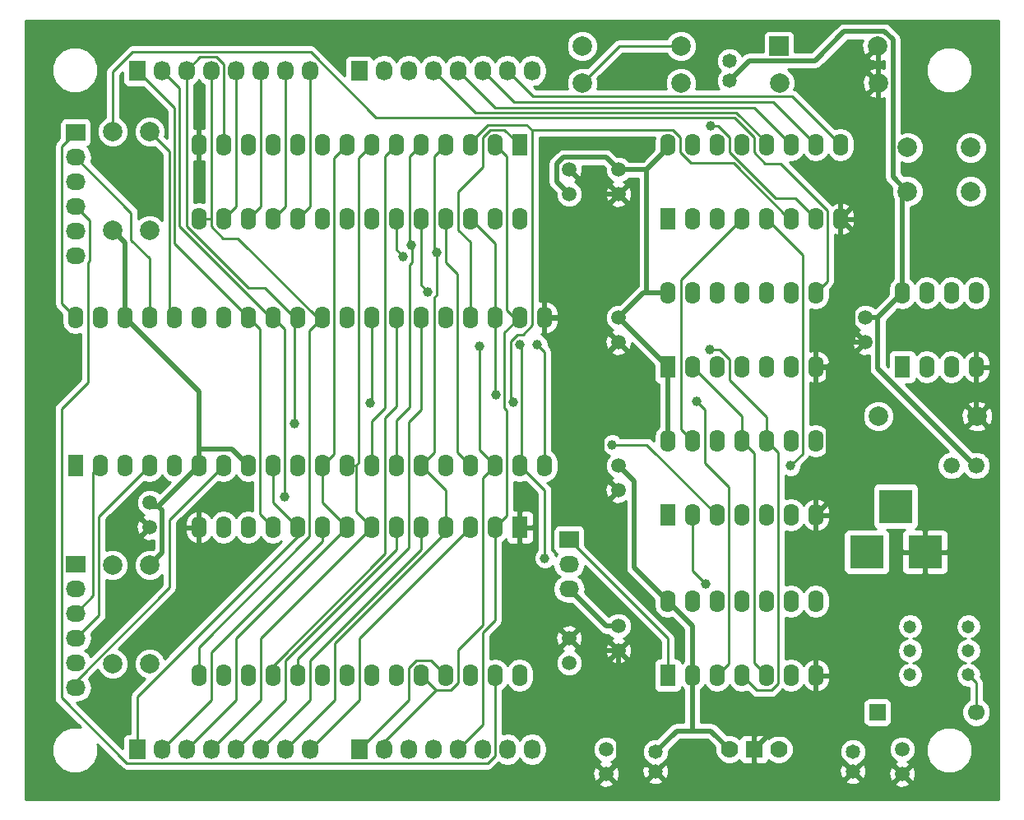
<source format=gbl>
%FSLAX34Y34*%
G04 Gerber Fmt 3.4, Leading zero omitted, Abs format*
G04 (created by PCBNEW (2014-jan-25)-product) date Wed 15 Apr 2015 09:56:20 BST*
%MOIN*%
G01*
G70*
G90*
G04 APERTURE LIST*
%ADD10C,0.005906*%
%ADD11C,0.015000*%
%ADD12C,0.059100*%
%ADD13C,0.058300*%
%ADD14C,0.066900*%
%ADD15R,0.066900X0.066900*%
%ADD16R,0.080000X0.068000*%
%ADD17O,0.080000X0.068000*%
%ADD18C,0.078700*%
%ADD19R,0.078700X0.078700*%
%ADD20R,0.068000X0.080000*%
%ADD21O,0.068000X0.080000*%
%ADD22R,0.137800X0.137800*%
%ADD23R,0.062000X0.090000*%
%ADD24O,0.062000X0.090000*%
%ADD25C,0.070000*%
%ADD26R,0.070000X0.070000*%
%ADD27C,0.066000*%
%ADD28O,0.052000X0.052000*%
%ADD29C,0.039370*%
%ADD30C,0.020000*%
%ADD31C,0.010000*%
G04 APERTURE END LIST*
G54D10*
G54D11*
X34500Y-58000D02*
X34500Y-26504D01*
X34500Y-26504D02*
X73870Y-26504D01*
X73870Y-26504D02*
X73870Y-58000D01*
X73870Y-58000D02*
X34500Y-58000D01*
G54D12*
X56500Y-52500D03*
X56500Y-51500D03*
X39500Y-46000D03*
X39500Y-47000D03*
X58500Y-38500D03*
X58500Y-39500D03*
X56500Y-33500D03*
X56500Y-32500D03*
X68500Y-38500D03*
X68500Y-39500D03*
G54D13*
X60000Y-56106D03*
X60000Y-56894D03*
X68000Y-56106D03*
X68000Y-56894D03*
G54D12*
X70000Y-56000D03*
X70000Y-57000D03*
X58500Y-44500D03*
X58500Y-45500D03*
X58500Y-32500D03*
X58500Y-33500D03*
G54D14*
X73000Y-54500D03*
G54D15*
X69000Y-54500D03*
G54D16*
X56500Y-47500D03*
G54D17*
X56500Y-48500D03*
X56500Y-49500D03*
G54D18*
X38000Y-34969D03*
X38000Y-30969D03*
X38000Y-48531D03*
X38000Y-52531D03*
X39500Y-34969D03*
X39500Y-30969D03*
X39500Y-48531D03*
X39500Y-52531D03*
X65031Y-29000D03*
X69031Y-29000D03*
X57031Y-29000D03*
X61031Y-29000D03*
X57031Y-27500D03*
X61031Y-27500D03*
X72780Y-31614D03*
X70220Y-31614D03*
X70220Y-33386D03*
X72780Y-33386D03*
G54D12*
X58000Y-56000D03*
X58000Y-57000D03*
G54D13*
X63000Y-28894D03*
X63000Y-28106D03*
G54D18*
X69000Y-27500D03*
G54D19*
X65000Y-27500D03*
G54D20*
X39000Y-28500D03*
G54D21*
X40000Y-28500D03*
X41000Y-28500D03*
X42000Y-28500D03*
X43000Y-28500D03*
X44000Y-28500D03*
X45000Y-28500D03*
X46000Y-28500D03*
G54D22*
X68559Y-48000D03*
X70921Y-48000D03*
X69740Y-46150D03*
G54D16*
X36500Y-48500D03*
G54D17*
X36500Y-49500D03*
X36500Y-50500D03*
X36500Y-51500D03*
X36500Y-52500D03*
X36500Y-53500D03*
G54D16*
X36500Y-31000D03*
G54D17*
X36500Y-32000D03*
X36500Y-33000D03*
X36500Y-34000D03*
X36500Y-35000D03*
X36500Y-36000D03*
G54D20*
X48000Y-28500D03*
G54D21*
X49000Y-28500D03*
X50000Y-28500D03*
X51000Y-28500D03*
X52000Y-28500D03*
X53000Y-28500D03*
X54000Y-28500D03*
X55000Y-28500D03*
G54D20*
X39000Y-56000D03*
G54D21*
X40000Y-56000D03*
X41000Y-56000D03*
X42000Y-56000D03*
X43000Y-56000D03*
X44000Y-56000D03*
X45000Y-56000D03*
X46000Y-56000D03*
G54D20*
X48000Y-56000D03*
G54D21*
X49000Y-56000D03*
X50000Y-56000D03*
X51000Y-56000D03*
X52000Y-56000D03*
X53000Y-56000D03*
X54000Y-56000D03*
X55000Y-56000D03*
G54D23*
X36500Y-44500D03*
G54D24*
X37500Y-44500D03*
X38500Y-44500D03*
X39500Y-44500D03*
X40500Y-44500D03*
X41500Y-44500D03*
X42500Y-44500D03*
X43500Y-44500D03*
X44500Y-44500D03*
X45500Y-44500D03*
X46500Y-44500D03*
X47500Y-44500D03*
X48500Y-44500D03*
X49500Y-44500D03*
X50500Y-44500D03*
X51500Y-44500D03*
X52500Y-44500D03*
X53500Y-44500D03*
X54500Y-44500D03*
X55500Y-44500D03*
X55500Y-38500D03*
X54500Y-38500D03*
X53500Y-38500D03*
X52500Y-38500D03*
X51500Y-38500D03*
X50500Y-38500D03*
X49500Y-38500D03*
X48500Y-38500D03*
X47500Y-38500D03*
X46500Y-38500D03*
X45500Y-38500D03*
X44500Y-38500D03*
X43500Y-38500D03*
X42500Y-38500D03*
X41500Y-38500D03*
X40500Y-38500D03*
X39500Y-38500D03*
X38500Y-38500D03*
X37500Y-38500D03*
X36500Y-38500D03*
G54D23*
X54500Y-47000D03*
G54D24*
X53500Y-47000D03*
X52500Y-47000D03*
X51500Y-47000D03*
X50500Y-47000D03*
X49500Y-47000D03*
X48500Y-47000D03*
X47500Y-47000D03*
X46500Y-47000D03*
X45500Y-47000D03*
X44500Y-47000D03*
X43500Y-47000D03*
X42500Y-47000D03*
X41500Y-47000D03*
X41500Y-53000D03*
X42500Y-53000D03*
X43500Y-53000D03*
X44500Y-53000D03*
X45500Y-53000D03*
X46500Y-53000D03*
X47500Y-53000D03*
X48500Y-53000D03*
X49500Y-53000D03*
X50500Y-53000D03*
X51500Y-53000D03*
X52500Y-53000D03*
X53500Y-53000D03*
X54500Y-53000D03*
G54D23*
X60500Y-40500D03*
G54D24*
X61500Y-40500D03*
X62500Y-40500D03*
X63500Y-40500D03*
X64500Y-40500D03*
X65500Y-40500D03*
X66500Y-40500D03*
X66500Y-37500D03*
X65500Y-37500D03*
X64500Y-37500D03*
X63500Y-37500D03*
X62500Y-37500D03*
X61500Y-37500D03*
X60500Y-37500D03*
X53500Y-31500D03*
X52500Y-31500D03*
X51500Y-31500D03*
X50500Y-31500D03*
X49500Y-31500D03*
X48500Y-31500D03*
X47500Y-31500D03*
X46500Y-31500D03*
X45500Y-31500D03*
X44500Y-31500D03*
X43500Y-31500D03*
X42500Y-31500D03*
X41500Y-31500D03*
G54D23*
X54500Y-31500D03*
G54D24*
X41500Y-34500D03*
X42500Y-34500D03*
X43500Y-34500D03*
X44500Y-34500D03*
X45500Y-34500D03*
X46500Y-34500D03*
X47500Y-34500D03*
X48500Y-34500D03*
X49500Y-34500D03*
X50500Y-34500D03*
X51500Y-34500D03*
X52500Y-34500D03*
X53500Y-34500D03*
X54500Y-34500D03*
G54D23*
X70000Y-40500D03*
G54D24*
X71000Y-40500D03*
X72000Y-40500D03*
X73000Y-40500D03*
X73000Y-37500D03*
X72000Y-37500D03*
X71000Y-37500D03*
X70000Y-37500D03*
G54D25*
X65000Y-56000D03*
G54D26*
X64000Y-56000D03*
G54D25*
X63000Y-56000D03*
G54D23*
X60500Y-46500D03*
G54D24*
X61500Y-46500D03*
X62500Y-46500D03*
X63500Y-46500D03*
X64500Y-46500D03*
X65500Y-46500D03*
X66500Y-46500D03*
X66500Y-43500D03*
X65500Y-43500D03*
X64500Y-43500D03*
X63500Y-43500D03*
X62500Y-43500D03*
X61500Y-43500D03*
X60500Y-43500D03*
G54D23*
X60500Y-53000D03*
G54D24*
X61500Y-53000D03*
X62500Y-53000D03*
X63500Y-53000D03*
X64500Y-53000D03*
X65500Y-53000D03*
X66500Y-53000D03*
X66500Y-50000D03*
X65500Y-50000D03*
X64500Y-50000D03*
X63500Y-50000D03*
X62500Y-50000D03*
X61500Y-50000D03*
X60500Y-50000D03*
G54D23*
X60500Y-34500D03*
G54D24*
X61500Y-34500D03*
X62500Y-34500D03*
X63500Y-34500D03*
X64500Y-34500D03*
X65500Y-34500D03*
X66500Y-34500D03*
X67500Y-34500D03*
X67500Y-31500D03*
X66500Y-31500D03*
X65500Y-31500D03*
X64500Y-31500D03*
X63500Y-31500D03*
X62500Y-31500D03*
X61500Y-31500D03*
X60500Y-31500D03*
G54D27*
X73000Y-44500D03*
X72000Y-44500D03*
G54D18*
X69031Y-42500D03*
X73031Y-42500D03*
G54D28*
X72680Y-52980D03*
X72680Y-52000D03*
X72680Y-51020D03*
X70320Y-52980D03*
X70320Y-52000D03*
X70320Y-51020D03*
G54D12*
X58500Y-51000D03*
X58500Y-52000D03*
G54D29*
X50101Y-35551D03*
X51147Y-35862D03*
X54224Y-41929D03*
X62047Y-49310D03*
X58249Y-43653D03*
X50781Y-37452D03*
X52881Y-39672D03*
X54500Y-39607D03*
X55514Y-48254D03*
X49775Y-36021D03*
X55218Y-39607D03*
X53532Y-41632D03*
X61681Y-41903D03*
X62187Y-39803D03*
X44960Y-45758D03*
X45371Y-42800D03*
X48442Y-41955D03*
X62234Y-30734D03*
X65470Y-44512D03*
G54D30*
X73000Y-42469D02*
X73030Y-42500D01*
X73000Y-40500D02*
X73000Y-42469D01*
X69030Y-27530D02*
X69030Y-29000D01*
X69000Y-27500D02*
X69030Y-27530D01*
X69030Y-32969D02*
X67500Y-34500D01*
X69030Y-29000D02*
X69030Y-32969D01*
X66500Y-40500D02*
X67015Y-40500D01*
X68000Y-39500D02*
X68500Y-39500D01*
X68000Y-39515D02*
X68000Y-39500D01*
X67015Y-40500D02*
X68000Y-39515D01*
X68000Y-35000D02*
X67500Y-34500D01*
X68000Y-39500D02*
X68000Y-35000D01*
X57832Y-44832D02*
X58500Y-45500D01*
X57832Y-40167D02*
X57832Y-44832D01*
X58500Y-39500D02*
X57832Y-40167D01*
X67015Y-45984D02*
X66500Y-46500D01*
X67015Y-40500D02*
X67015Y-45984D01*
X64605Y-55394D02*
X64000Y-56000D01*
X66500Y-55394D02*
X64605Y-55394D01*
X66500Y-53000D02*
X66500Y-55394D01*
X66500Y-55394D02*
X68000Y-56894D01*
X54500Y-49500D02*
X56500Y-51500D01*
X54500Y-47000D02*
X54500Y-49500D01*
X57000Y-52000D02*
X56500Y-51500D01*
X58500Y-52000D02*
X57000Y-52000D01*
X58500Y-56619D02*
X58500Y-52000D01*
X59725Y-56619D02*
X58500Y-56619D01*
X60000Y-56894D02*
X59725Y-56619D01*
X58380Y-56619D02*
X58000Y-57000D01*
X58500Y-56619D02*
X58380Y-56619D01*
X55500Y-38500D02*
X57406Y-38500D01*
X57500Y-38500D02*
X58500Y-39500D01*
X57406Y-38500D02*
X57500Y-38500D01*
X57406Y-33500D02*
X58500Y-33500D01*
X57406Y-33406D02*
X57406Y-33500D01*
X56500Y-32500D02*
X57406Y-33406D01*
X57406Y-33500D02*
X57406Y-38500D01*
G54D31*
X60500Y-51500D02*
X56500Y-47500D01*
X60500Y-53000D02*
X60500Y-51500D01*
X45500Y-47353D02*
X45500Y-47000D01*
X39000Y-53853D02*
X45500Y-47353D01*
X39000Y-56000D02*
X39000Y-53853D01*
X44500Y-46000D02*
X44500Y-44500D01*
X45500Y-47000D02*
X44500Y-46000D01*
X42000Y-54000D02*
X40000Y-56000D01*
X42000Y-52075D02*
X42000Y-54000D01*
X46500Y-47575D02*
X42000Y-52075D01*
X46500Y-47000D02*
X46500Y-47575D01*
X43000Y-51500D02*
X47500Y-47000D01*
X43000Y-54000D02*
X43000Y-51500D01*
X41000Y-56000D02*
X43000Y-54000D01*
X46500Y-46000D02*
X46500Y-44500D01*
X47500Y-47000D02*
X46500Y-46000D01*
X46964Y-44035D02*
X46500Y-44500D01*
X46964Y-32035D02*
X46964Y-44035D01*
X47500Y-31500D02*
X46964Y-32035D01*
X47860Y-44500D02*
X47500Y-44500D01*
X47979Y-32020D02*
X48500Y-31500D01*
X47979Y-44380D02*
X47979Y-32020D01*
X47860Y-44500D02*
X47979Y-44380D01*
X47860Y-46360D02*
X48500Y-47000D01*
X47860Y-44500D02*
X47860Y-46360D01*
X44000Y-54000D02*
X42000Y-56000D01*
X44000Y-51500D02*
X44000Y-54000D01*
X48500Y-47000D02*
X44000Y-51500D01*
X48500Y-42709D02*
X48500Y-44500D01*
X49039Y-42169D02*
X48500Y-42709D01*
X49039Y-31960D02*
X49039Y-42169D01*
X49500Y-31500D02*
X49039Y-31960D01*
X45000Y-54000D02*
X43000Y-56000D01*
X45000Y-52403D02*
X45000Y-54000D01*
X49500Y-47903D02*
X45000Y-52403D01*
X49500Y-47000D02*
X49500Y-47903D01*
X50500Y-47915D02*
X50500Y-47000D01*
X46000Y-52415D02*
X50500Y-47915D01*
X46000Y-54000D02*
X46000Y-52415D01*
X44000Y-56000D02*
X46000Y-54000D01*
X50033Y-31966D02*
X50500Y-31500D01*
X50033Y-35483D02*
X50033Y-31966D01*
X50101Y-35551D02*
X50033Y-35483D01*
X49500Y-42669D02*
X49500Y-44500D01*
X50033Y-42136D02*
X49500Y-42669D01*
X50033Y-36359D02*
X50033Y-42136D01*
X50127Y-36264D02*
X50033Y-36359D01*
X50127Y-35578D02*
X50127Y-36264D01*
X50101Y-35551D02*
X50127Y-35578D01*
X51500Y-45500D02*
X50500Y-44500D01*
X51500Y-47000D02*
X51500Y-45500D01*
X51500Y-47198D02*
X51500Y-47000D01*
X47000Y-51698D02*
X51500Y-47198D01*
X47000Y-54000D02*
X47000Y-51698D01*
X45000Y-56000D02*
X47000Y-54000D01*
X51147Y-37578D02*
X51147Y-35862D01*
X51027Y-37697D02*
X51147Y-37578D01*
X51027Y-43972D02*
X51027Y-37697D01*
X50500Y-44500D02*
X51027Y-43972D01*
X51027Y-35743D02*
X51147Y-35862D01*
X51027Y-31972D02*
X51027Y-35743D01*
X51500Y-31500D02*
X51027Y-31972D01*
X48000Y-54000D02*
X46000Y-56000D01*
X48000Y-51500D02*
X48000Y-54000D01*
X52500Y-47000D02*
X48000Y-51500D01*
X52500Y-31398D02*
X52500Y-31500D01*
X53212Y-30686D02*
X52500Y-31398D01*
X54773Y-30686D02*
X53212Y-30686D01*
X55000Y-30912D02*
X54773Y-30686D01*
X55019Y-30892D02*
X55000Y-30912D01*
X60708Y-30892D02*
X55019Y-30892D01*
X61000Y-31184D02*
X60708Y-30892D01*
X61000Y-31810D02*
X61000Y-31184D01*
X61438Y-32249D02*
X61000Y-31810D01*
X63155Y-32249D02*
X61438Y-32249D01*
X65406Y-34500D02*
X63155Y-32249D01*
X65500Y-34500D02*
X65406Y-34500D01*
X54153Y-41858D02*
X54224Y-41929D01*
X54153Y-39456D02*
X54153Y-41858D01*
X54417Y-39192D02*
X54153Y-39456D01*
X54623Y-39192D02*
X54417Y-39192D01*
X55000Y-38815D02*
X54623Y-39192D01*
X55000Y-30912D02*
X55000Y-38815D01*
X61500Y-48762D02*
X62047Y-49310D01*
X61500Y-46500D02*
X61500Y-48762D01*
X50000Y-54000D02*
X48000Y-56000D01*
X50000Y-52705D02*
X50000Y-54000D01*
X50306Y-52398D02*
X50000Y-52705D01*
X50898Y-52398D02*
X50306Y-52398D01*
X51500Y-53000D02*
X50898Y-52398D01*
X51960Y-43960D02*
X52500Y-44500D01*
X51960Y-36726D02*
X51960Y-43960D01*
X51500Y-36266D02*
X51960Y-36726D01*
X51500Y-34500D02*
X51500Y-36266D01*
X51108Y-53608D02*
X50500Y-53000D01*
X49000Y-55716D02*
X49000Y-56000D01*
X51108Y-53608D02*
X49000Y-55716D01*
X52881Y-43881D02*
X53500Y-44500D01*
X52881Y-39672D02*
X52881Y-43881D01*
X51702Y-53608D02*
X51108Y-53608D01*
X52000Y-53310D02*
X51702Y-53608D01*
X52000Y-51958D02*
X52000Y-53310D01*
X53000Y-50958D02*
X52000Y-51958D01*
X53000Y-45000D02*
X53000Y-50958D01*
X53500Y-44500D02*
X53000Y-45000D01*
X50500Y-37170D02*
X50781Y-37452D01*
X50500Y-34500D02*
X50500Y-37170D01*
X59653Y-43653D02*
X58249Y-43653D01*
X62500Y-46500D02*
X59653Y-43653D01*
X55514Y-45514D02*
X55514Y-48254D01*
X54500Y-44500D02*
X55514Y-45514D01*
X54571Y-39679D02*
X54500Y-39607D01*
X54571Y-44428D02*
X54571Y-39679D01*
X54500Y-44500D02*
X54571Y-44428D01*
X49500Y-35746D02*
X49775Y-36021D01*
X49500Y-34500D02*
X49500Y-35746D01*
X55500Y-39889D02*
X55218Y-39607D01*
X55500Y-44500D02*
X55500Y-39889D01*
X54254Y-38500D02*
X54500Y-38500D01*
X53960Y-38205D02*
X54254Y-38500D01*
X53960Y-31960D02*
X53960Y-38205D01*
X53500Y-31500D02*
X53960Y-31960D01*
X53000Y-55000D02*
X52000Y-56000D01*
X53000Y-51275D02*
X53000Y-55000D01*
X53500Y-50775D02*
X53000Y-51275D01*
X53500Y-47000D02*
X53500Y-50775D01*
X54254Y-38725D02*
X54254Y-38500D01*
X53878Y-39101D02*
X54254Y-38725D01*
X53878Y-41776D02*
X53878Y-39101D01*
X53867Y-41787D02*
X53878Y-41776D01*
X53867Y-42163D02*
X53867Y-41787D01*
X53960Y-42256D02*
X53867Y-42163D01*
X53960Y-46539D02*
X53960Y-42256D01*
X53500Y-47000D02*
X53960Y-46539D01*
X53500Y-35500D02*
X53500Y-38500D01*
X52500Y-34500D02*
X53500Y-35500D01*
X62968Y-52531D02*
X62500Y-53000D01*
X62968Y-45378D02*
X62968Y-52531D01*
X62000Y-44410D02*
X62968Y-45378D01*
X62000Y-42221D02*
X62000Y-44410D01*
X61681Y-41903D02*
X62000Y-42221D01*
X53500Y-41600D02*
X53532Y-41632D01*
X53500Y-38500D02*
X53500Y-41600D01*
X64108Y-53608D02*
X63500Y-53000D01*
X64702Y-53608D02*
X64108Y-53608D01*
X64968Y-53342D02*
X64702Y-53608D01*
X64968Y-43968D02*
X64968Y-53342D01*
X64500Y-43500D02*
X64968Y-43968D01*
X64500Y-42529D02*
X64500Y-43500D01*
X63000Y-41029D02*
X64500Y-42529D01*
X63000Y-40202D02*
X63000Y-41029D01*
X62600Y-39803D02*
X63000Y-40202D01*
X62187Y-39803D02*
X62600Y-39803D01*
X52500Y-35439D02*
X52500Y-38500D01*
X52020Y-34959D02*
X52500Y-35439D01*
X52020Y-33390D02*
X52020Y-34959D01*
X53000Y-32410D02*
X52020Y-33390D01*
X53000Y-31185D02*
X53000Y-32410D01*
X53299Y-30886D02*
X53000Y-31185D01*
X53886Y-30886D02*
X53299Y-30886D01*
X54500Y-31500D02*
X53886Y-30886D01*
X64000Y-52500D02*
X64500Y-53000D01*
X64000Y-44000D02*
X64000Y-52500D01*
X63500Y-43500D02*
X64000Y-44000D01*
X63500Y-42500D02*
X63500Y-43500D01*
X61500Y-40500D02*
X63500Y-42500D01*
X36500Y-53253D02*
X36500Y-53500D01*
X40307Y-49445D02*
X36500Y-53253D01*
X40307Y-46692D02*
X40307Y-49445D01*
X42500Y-44500D02*
X40307Y-46692D01*
X37444Y-46555D02*
X39500Y-44500D01*
X37444Y-50555D02*
X37444Y-46555D01*
X36500Y-51500D02*
X37444Y-50555D01*
X37218Y-49781D02*
X36500Y-50500D01*
X37218Y-44781D02*
X37218Y-49781D01*
X37500Y-44500D02*
X37218Y-44781D01*
X35945Y-37945D02*
X36500Y-38500D01*
X35945Y-31554D02*
X35945Y-37945D01*
X36500Y-31000D02*
X35945Y-31554D01*
X38000Y-28547D02*
X38000Y-30969D01*
X38803Y-27743D02*
X38000Y-28547D01*
X46041Y-27743D02*
X38803Y-27743D01*
X48684Y-30387D02*
X46041Y-27743D01*
X63192Y-30387D02*
X48684Y-30387D01*
X64000Y-31195D02*
X63192Y-30387D01*
X64000Y-31815D02*
X64000Y-31195D01*
X64443Y-32259D02*
X64000Y-31815D01*
X65074Y-32259D02*
X64443Y-32259D01*
X66968Y-34153D02*
X65074Y-32259D01*
X66968Y-37031D02*
X66968Y-34153D01*
X66500Y-37500D02*
X66968Y-37031D01*
X38750Y-34250D02*
X36500Y-32000D01*
X38750Y-35365D02*
X38750Y-34250D01*
X39500Y-36115D02*
X38750Y-35365D01*
X39500Y-38500D02*
X39500Y-36115D01*
X40299Y-38299D02*
X40500Y-38500D01*
X40299Y-31768D02*
X40299Y-38299D01*
X39500Y-30969D02*
X40299Y-31768D01*
X53500Y-56265D02*
X53500Y-53000D01*
X53206Y-56558D02*
X53500Y-56265D01*
X38577Y-56558D02*
X53206Y-56558D01*
X35923Y-53904D02*
X38577Y-56558D01*
X35923Y-42205D02*
X35923Y-53904D01*
X37000Y-41128D02*
X35923Y-42205D01*
X37000Y-36253D02*
X37000Y-41128D01*
X37065Y-36187D02*
X37000Y-36253D01*
X37065Y-34565D02*
X37065Y-36187D01*
X36500Y-34000D02*
X37065Y-34565D01*
X58530Y-27500D02*
X61030Y-27500D01*
X57030Y-29000D02*
X58530Y-27500D01*
X73000Y-53300D02*
X73000Y-54500D01*
X72680Y-52980D02*
X73000Y-53300D01*
X43960Y-46460D02*
X44500Y-47000D01*
X43960Y-38960D02*
X43960Y-46460D01*
X43500Y-38500D02*
X43960Y-38960D01*
X40500Y-35500D02*
X43500Y-38500D01*
X40500Y-30000D02*
X40500Y-35500D01*
X39000Y-28500D02*
X40500Y-30000D01*
X44960Y-38960D02*
X44960Y-45758D01*
X44500Y-38500D02*
X44960Y-38960D01*
X44413Y-38500D02*
X44500Y-38500D01*
X40700Y-34786D02*
X44413Y-38500D01*
X40700Y-29200D02*
X40700Y-34786D01*
X40000Y-28500D02*
X40700Y-29200D01*
X41552Y-27947D02*
X41000Y-28500D01*
X42218Y-27947D02*
X41552Y-27947D01*
X42500Y-28229D02*
X42218Y-27947D01*
X42500Y-31500D02*
X42500Y-28229D01*
X45371Y-38500D02*
X45500Y-38500D01*
X44157Y-37286D02*
X45371Y-38500D01*
X43490Y-37286D02*
X44157Y-37286D01*
X41000Y-34796D02*
X43490Y-37286D01*
X41000Y-28500D02*
X41000Y-34796D01*
X45371Y-38500D02*
X45371Y-42800D01*
X45978Y-39021D02*
X46395Y-38604D01*
X45978Y-47379D02*
X45978Y-39021D01*
X41500Y-51858D02*
X45978Y-47379D01*
X41500Y-53000D02*
X41500Y-51858D01*
X46395Y-38604D02*
X46500Y-38500D01*
X42000Y-34500D02*
X41500Y-34500D01*
X42000Y-34812D02*
X42000Y-34500D01*
X42479Y-35291D02*
X42000Y-34812D01*
X43082Y-35291D02*
X42479Y-35291D01*
X46395Y-38604D02*
X43082Y-35291D01*
X42000Y-34500D02*
X42000Y-28500D01*
X43000Y-34000D02*
X43000Y-28500D01*
X42500Y-34500D02*
X43000Y-34000D01*
X44000Y-34000D02*
X43500Y-34500D01*
X44000Y-28500D02*
X44000Y-34000D01*
X48500Y-41897D02*
X48442Y-41955D01*
X48500Y-38500D02*
X48500Y-41897D01*
X45000Y-34000D02*
X44500Y-34500D01*
X45000Y-28500D02*
X45000Y-34000D01*
X44500Y-52617D02*
X44500Y-53000D01*
X49039Y-48077D02*
X44500Y-52617D01*
X49039Y-42552D02*
X49039Y-48077D01*
X49500Y-42092D02*
X49039Y-42552D01*
X49500Y-38500D02*
X49500Y-42092D01*
X46000Y-34000D02*
X46000Y-28500D01*
X45500Y-34500D02*
X46000Y-34000D01*
X45500Y-52326D02*
X45500Y-53000D01*
X50000Y-47826D02*
X45500Y-52326D01*
X50000Y-42735D02*
X50000Y-47826D01*
X50500Y-42235D02*
X50000Y-42735D01*
X50500Y-38500D02*
X50500Y-42235D01*
X52687Y-30187D02*
X51000Y-28500D01*
X63275Y-30187D02*
X52687Y-30187D01*
X64500Y-31411D02*
X63275Y-30187D01*
X64500Y-31500D02*
X64500Y-31411D01*
X53487Y-29987D02*
X52000Y-28500D01*
X63987Y-29987D02*
X53487Y-29987D01*
X65500Y-31500D02*
X63987Y-29987D01*
X54271Y-29771D02*
X53000Y-28500D01*
X64771Y-29771D02*
X54271Y-29771D01*
X66500Y-31500D02*
X64771Y-29771D01*
X55043Y-29543D02*
X54000Y-28500D01*
X65543Y-29543D02*
X55043Y-29543D01*
X67500Y-31500D02*
X65543Y-29543D01*
X62540Y-30734D02*
X62234Y-30734D01*
X63000Y-31193D02*
X62540Y-30734D01*
X63000Y-31790D02*
X63000Y-31193D01*
X64863Y-33654D02*
X63000Y-31790D01*
X65654Y-33654D02*
X64863Y-33654D01*
X66500Y-34500D02*
X65654Y-33654D01*
X65960Y-44022D02*
X65470Y-44512D01*
X65960Y-35960D02*
X65960Y-44022D01*
X64500Y-34500D02*
X65960Y-35960D01*
X61027Y-43027D02*
X61500Y-43500D01*
X61027Y-36972D02*
X61027Y-43027D01*
X63500Y-34500D02*
X61027Y-36972D01*
G54D30*
X69626Y-32792D02*
X70220Y-33385D01*
X69626Y-27244D02*
X69626Y-32792D01*
X69284Y-26902D02*
X69626Y-27244D01*
X67645Y-26902D02*
X69284Y-26902D01*
X66454Y-28093D02*
X67645Y-26902D01*
X63800Y-28093D02*
X66454Y-28093D01*
X63000Y-28894D02*
X63800Y-28093D01*
X55995Y-32995D02*
X56500Y-33500D01*
X55995Y-32277D02*
X55995Y-32995D01*
X56272Y-32001D02*
X55995Y-32277D01*
X58001Y-32001D02*
X56272Y-32001D01*
X58500Y-32500D02*
X58001Y-32001D01*
X39654Y-46154D02*
X39500Y-46000D01*
X39845Y-46154D02*
X39654Y-46154D01*
X41500Y-44500D02*
X39845Y-46154D01*
X40004Y-48026D02*
X39500Y-48530D01*
X40004Y-46313D02*
X40004Y-48026D01*
X39845Y-46154D02*
X40004Y-46313D01*
X59143Y-48643D02*
X60500Y-50000D01*
X59143Y-45143D02*
X59143Y-48643D01*
X58500Y-44500D02*
X59143Y-45143D01*
X61500Y-51000D02*
X61500Y-53000D01*
X60500Y-50000D02*
X61500Y-51000D01*
X70000Y-33605D02*
X70000Y-37500D01*
X70220Y-33385D02*
X70000Y-33605D01*
X69004Y-38500D02*
X68500Y-38500D01*
X69004Y-40572D02*
X69004Y-38500D01*
X72932Y-44500D02*
X69004Y-40572D01*
X73000Y-44500D02*
X72932Y-44500D01*
X69004Y-38495D02*
X70000Y-37500D01*
X69004Y-38500D02*
X69004Y-38495D01*
X38500Y-35469D02*
X38500Y-38500D01*
X38000Y-34969D02*
X38500Y-35469D01*
X42849Y-43849D02*
X41500Y-43849D01*
X43500Y-44500D02*
X42849Y-43849D01*
X41500Y-41500D02*
X41500Y-43849D01*
X38500Y-38500D02*
X41500Y-41500D01*
X41500Y-43849D02*
X41500Y-44500D01*
X58000Y-51000D02*
X56500Y-49500D01*
X58500Y-51000D02*
X58000Y-51000D01*
X61500Y-55250D02*
X61500Y-53000D01*
X62250Y-55250D02*
X61500Y-55250D01*
X63000Y-56000D02*
X62250Y-55250D01*
X60855Y-55250D02*
X60000Y-56105D01*
X61500Y-55250D02*
X60855Y-55250D01*
X60500Y-43500D02*
X60500Y-40500D01*
X60500Y-40500D02*
X58500Y-38500D01*
X60500Y-37500D02*
X59640Y-37500D01*
X59500Y-37500D02*
X58500Y-38500D01*
X59640Y-37500D02*
X59500Y-37500D01*
X59640Y-32500D02*
X59640Y-37500D01*
X58500Y-32500D02*
X59640Y-32500D01*
X60500Y-31640D02*
X60500Y-31500D01*
X59640Y-32500D02*
X60500Y-31640D01*
G54D10*
G36*
X36557Y-49550D02*
X36550Y-49550D01*
X36550Y-49557D01*
X36450Y-49557D01*
X36450Y-49550D01*
X36442Y-49550D01*
X36442Y-49450D01*
X36450Y-49450D01*
X36450Y-49442D01*
X36550Y-49442D01*
X36550Y-49450D01*
X36557Y-49450D01*
X36557Y-49550D01*
X36557Y-49550D01*
G37*
G54D31*
X36557Y-49550D02*
X36550Y-49550D01*
X36550Y-49557D01*
X36450Y-49557D01*
X36450Y-49550D01*
X36442Y-49550D01*
X36442Y-49450D01*
X36450Y-49450D01*
X36450Y-49442D01*
X36550Y-49442D01*
X36550Y-49450D01*
X36557Y-49450D01*
X36557Y-49550D01*
G54D10*
G36*
X40325Y-45179D02*
X39888Y-45616D01*
X39809Y-45537D01*
X39608Y-45454D01*
X39391Y-45454D01*
X39191Y-45537D01*
X39037Y-45690D01*
X38954Y-45891D01*
X38954Y-46108D01*
X39037Y-46308D01*
X39190Y-46462D01*
X39275Y-46497D01*
X39214Y-46522D01*
X39188Y-46617D01*
X39500Y-46929D01*
X39505Y-46923D01*
X39576Y-46994D01*
X39570Y-47000D01*
X39576Y-47005D01*
X39505Y-47076D01*
X39500Y-47070D01*
X39429Y-47141D01*
X39429Y-47000D01*
X39117Y-46688D01*
X39022Y-46714D01*
X38949Y-46919D01*
X38960Y-47136D01*
X39022Y-47285D01*
X39117Y-47311D01*
X39429Y-47000D01*
X39429Y-47141D01*
X39188Y-47382D01*
X39214Y-47477D01*
X39419Y-47550D01*
X39636Y-47539D01*
X39654Y-47531D01*
X39654Y-47881D01*
X39642Y-47893D01*
X39628Y-47887D01*
X39372Y-47887D01*
X39135Y-47985D01*
X38954Y-48166D01*
X38856Y-48402D01*
X38856Y-48658D01*
X38954Y-48895D01*
X39135Y-49076D01*
X39371Y-49174D01*
X39627Y-49174D01*
X39864Y-49076D01*
X40007Y-48933D01*
X40007Y-49321D01*
X37092Y-52236D01*
X36989Y-52082D01*
X36865Y-52000D01*
X36989Y-51917D01*
X37117Y-51725D01*
X37162Y-51500D01*
X37123Y-51301D01*
X37657Y-50767D01*
X37657Y-50767D01*
X37722Y-50669D01*
X37744Y-50555D01*
X37744Y-50555D01*
X37744Y-49121D01*
X37871Y-49174D01*
X38127Y-49174D01*
X38364Y-49076D01*
X38545Y-48895D01*
X38643Y-48659D01*
X38643Y-48403D01*
X38545Y-48166D01*
X38364Y-47985D01*
X38128Y-47887D01*
X37872Y-47887D01*
X37744Y-47940D01*
X37744Y-46679D01*
X39266Y-45158D01*
X39285Y-45171D01*
X39500Y-45213D01*
X39714Y-45171D01*
X39895Y-45049D01*
X40000Y-44894D01*
X40104Y-45049D01*
X40285Y-45171D01*
X40325Y-45179D01*
X40325Y-45179D01*
G37*
G54D31*
X40325Y-45179D02*
X39888Y-45616D01*
X39809Y-45537D01*
X39608Y-45454D01*
X39391Y-45454D01*
X39191Y-45537D01*
X39037Y-45690D01*
X38954Y-45891D01*
X38954Y-46108D01*
X39037Y-46308D01*
X39190Y-46462D01*
X39275Y-46497D01*
X39214Y-46522D01*
X39188Y-46617D01*
X39500Y-46929D01*
X39505Y-46923D01*
X39576Y-46994D01*
X39570Y-47000D01*
X39576Y-47005D01*
X39505Y-47076D01*
X39500Y-47070D01*
X39429Y-47141D01*
X39429Y-47000D01*
X39117Y-46688D01*
X39022Y-46714D01*
X38949Y-46919D01*
X38960Y-47136D01*
X39022Y-47285D01*
X39117Y-47311D01*
X39429Y-47000D01*
X39429Y-47141D01*
X39188Y-47382D01*
X39214Y-47477D01*
X39419Y-47550D01*
X39636Y-47539D01*
X39654Y-47531D01*
X39654Y-47881D01*
X39642Y-47893D01*
X39628Y-47887D01*
X39372Y-47887D01*
X39135Y-47985D01*
X38954Y-48166D01*
X38856Y-48402D01*
X38856Y-48658D01*
X38954Y-48895D01*
X39135Y-49076D01*
X39371Y-49174D01*
X39627Y-49174D01*
X39864Y-49076D01*
X40007Y-48933D01*
X40007Y-49321D01*
X37092Y-52236D01*
X36989Y-52082D01*
X36865Y-52000D01*
X36989Y-51917D01*
X37117Y-51725D01*
X37162Y-51500D01*
X37123Y-51301D01*
X37657Y-50767D01*
X37657Y-50767D01*
X37722Y-50669D01*
X37744Y-50555D01*
X37744Y-50555D01*
X37744Y-49121D01*
X37871Y-49174D01*
X38127Y-49174D01*
X38364Y-49076D01*
X38545Y-48895D01*
X38643Y-48659D01*
X38643Y-48403D01*
X38545Y-48166D01*
X38364Y-47985D01*
X38128Y-47887D01*
X37872Y-47887D01*
X37744Y-47940D01*
X37744Y-46679D01*
X39266Y-45158D01*
X39285Y-45171D01*
X39500Y-45213D01*
X39714Y-45171D01*
X39895Y-45049D01*
X40000Y-44894D01*
X40104Y-45049D01*
X40285Y-45171D01*
X40325Y-45179D01*
G54D10*
G36*
X41700Y-33826D02*
X41500Y-33786D01*
X41300Y-33826D01*
X41300Y-32159D01*
X41331Y-32176D01*
X41363Y-32183D01*
X41450Y-32134D01*
X41450Y-31550D01*
X41442Y-31550D01*
X41442Y-31450D01*
X41450Y-31450D01*
X41450Y-30865D01*
X41363Y-30816D01*
X41331Y-30823D01*
X41300Y-30840D01*
X41300Y-29068D01*
X41417Y-28989D01*
X41500Y-28865D01*
X41582Y-28989D01*
X41700Y-29068D01*
X41700Y-30840D01*
X41668Y-30823D01*
X41636Y-30816D01*
X41550Y-30865D01*
X41550Y-31450D01*
X41557Y-31450D01*
X41557Y-31550D01*
X41550Y-31550D01*
X41550Y-32134D01*
X41636Y-32183D01*
X41668Y-32176D01*
X41700Y-32159D01*
X41700Y-33826D01*
X41700Y-33826D01*
G37*
G54D31*
X41700Y-33826D02*
X41500Y-33786D01*
X41300Y-33826D01*
X41300Y-32159D01*
X41331Y-32176D01*
X41363Y-32183D01*
X41450Y-32134D01*
X41450Y-31550D01*
X41442Y-31550D01*
X41442Y-31450D01*
X41450Y-31450D01*
X41450Y-30865D01*
X41363Y-30816D01*
X41331Y-30823D01*
X41300Y-30840D01*
X41300Y-29068D01*
X41417Y-28989D01*
X41500Y-28865D01*
X41582Y-28989D01*
X41700Y-29068D01*
X41700Y-30840D01*
X41668Y-30823D01*
X41636Y-30816D01*
X41550Y-30865D01*
X41550Y-31450D01*
X41557Y-31450D01*
X41557Y-31550D01*
X41550Y-31550D01*
X41550Y-32134D01*
X41636Y-32183D01*
X41668Y-32176D01*
X41700Y-32159D01*
X41700Y-33826D01*
G54D10*
G36*
X44847Y-47581D02*
X41450Y-50979D01*
X41450Y-47634D01*
X41450Y-47050D01*
X41450Y-46950D01*
X41450Y-46365D01*
X41363Y-46316D01*
X41331Y-46323D01*
X41139Y-46428D01*
X41001Y-46599D01*
X40940Y-46810D01*
X40940Y-46950D01*
X41450Y-46950D01*
X41450Y-47050D01*
X40940Y-47050D01*
X40940Y-47190D01*
X41001Y-47400D01*
X41139Y-47571D01*
X41331Y-47676D01*
X41363Y-47683D01*
X41450Y-47634D01*
X41450Y-50979D01*
X40109Y-52320D01*
X40045Y-52166D01*
X39864Y-51985D01*
X39628Y-51887D01*
X39372Y-51887D01*
X39135Y-51985D01*
X38954Y-52166D01*
X38856Y-52402D01*
X38856Y-52658D01*
X38954Y-52895D01*
X39135Y-53076D01*
X39289Y-53140D01*
X38787Y-53641D01*
X38722Y-53739D01*
X38700Y-53853D01*
X38700Y-55350D01*
X38610Y-55350D01*
X38518Y-55388D01*
X38448Y-55458D01*
X38410Y-55550D01*
X38410Y-55649D01*
X38410Y-55967D01*
X36532Y-54090D01*
X36572Y-54090D01*
X36798Y-54045D01*
X36989Y-53917D01*
X37117Y-53725D01*
X37162Y-53500D01*
X37117Y-53274D01*
X37031Y-53145D01*
X37403Y-52773D01*
X37454Y-52895D01*
X37635Y-53076D01*
X37871Y-53174D01*
X38127Y-53174D01*
X38364Y-53076D01*
X38545Y-52895D01*
X38643Y-52659D01*
X38643Y-52403D01*
X38545Y-52166D01*
X38364Y-51985D01*
X38242Y-51934D01*
X40519Y-49657D01*
X40519Y-49657D01*
X40584Y-49560D01*
X40607Y-49445D01*
X40607Y-49445D01*
X40607Y-46816D01*
X42266Y-45158D01*
X42285Y-45171D01*
X42500Y-45213D01*
X42714Y-45171D01*
X42895Y-45049D01*
X43000Y-44894D01*
X43104Y-45049D01*
X43285Y-45171D01*
X43500Y-45213D01*
X43660Y-45181D01*
X43660Y-46318D01*
X43500Y-46286D01*
X43285Y-46328D01*
X43104Y-46450D01*
X42999Y-46605D01*
X42895Y-46450D01*
X42714Y-46328D01*
X42500Y-46286D01*
X42285Y-46328D01*
X42104Y-46450D01*
X42000Y-46605D01*
X41998Y-46599D01*
X41860Y-46428D01*
X41668Y-46323D01*
X41636Y-46316D01*
X41550Y-46365D01*
X41550Y-46950D01*
X41557Y-46950D01*
X41557Y-47050D01*
X41550Y-47050D01*
X41550Y-47634D01*
X41636Y-47683D01*
X41668Y-47676D01*
X41860Y-47571D01*
X41998Y-47400D01*
X42000Y-47394D01*
X42104Y-47549D01*
X42285Y-47671D01*
X42500Y-47713D01*
X42714Y-47671D01*
X42895Y-47549D01*
X43000Y-47394D01*
X43104Y-47549D01*
X43285Y-47671D01*
X43500Y-47713D01*
X43714Y-47671D01*
X43895Y-47549D01*
X44000Y-47394D01*
X44104Y-47549D01*
X44285Y-47671D01*
X44500Y-47713D01*
X44714Y-47671D01*
X44847Y-47581D01*
X44847Y-47581D01*
G37*
G54D31*
X44847Y-47581D02*
X41450Y-50979D01*
X41450Y-47634D01*
X41450Y-47050D01*
X41450Y-46950D01*
X41450Y-46365D01*
X41363Y-46316D01*
X41331Y-46323D01*
X41139Y-46428D01*
X41001Y-46599D01*
X40940Y-46810D01*
X40940Y-46950D01*
X41450Y-46950D01*
X41450Y-47050D01*
X40940Y-47050D01*
X40940Y-47190D01*
X41001Y-47400D01*
X41139Y-47571D01*
X41331Y-47676D01*
X41363Y-47683D01*
X41450Y-47634D01*
X41450Y-50979D01*
X40109Y-52320D01*
X40045Y-52166D01*
X39864Y-51985D01*
X39628Y-51887D01*
X39372Y-51887D01*
X39135Y-51985D01*
X38954Y-52166D01*
X38856Y-52402D01*
X38856Y-52658D01*
X38954Y-52895D01*
X39135Y-53076D01*
X39289Y-53140D01*
X38787Y-53641D01*
X38722Y-53739D01*
X38700Y-53853D01*
X38700Y-55350D01*
X38610Y-55350D01*
X38518Y-55388D01*
X38448Y-55458D01*
X38410Y-55550D01*
X38410Y-55649D01*
X38410Y-55967D01*
X36532Y-54090D01*
X36572Y-54090D01*
X36798Y-54045D01*
X36989Y-53917D01*
X37117Y-53725D01*
X37162Y-53500D01*
X37117Y-53274D01*
X37031Y-53145D01*
X37403Y-52773D01*
X37454Y-52895D01*
X37635Y-53076D01*
X37871Y-53174D01*
X38127Y-53174D01*
X38364Y-53076D01*
X38545Y-52895D01*
X38643Y-52659D01*
X38643Y-52403D01*
X38545Y-52166D01*
X38364Y-51985D01*
X38242Y-51934D01*
X40519Y-49657D01*
X40519Y-49657D01*
X40584Y-49560D01*
X40607Y-49445D01*
X40607Y-49445D01*
X40607Y-46816D01*
X42266Y-45158D01*
X42285Y-45171D01*
X42500Y-45213D01*
X42714Y-45171D01*
X42895Y-45049D01*
X43000Y-44894D01*
X43104Y-45049D01*
X43285Y-45171D01*
X43500Y-45213D01*
X43660Y-45181D01*
X43660Y-46318D01*
X43500Y-46286D01*
X43285Y-46328D01*
X43104Y-46450D01*
X42999Y-46605D01*
X42895Y-46450D01*
X42714Y-46328D01*
X42500Y-46286D01*
X42285Y-46328D01*
X42104Y-46450D01*
X42000Y-46605D01*
X41998Y-46599D01*
X41860Y-46428D01*
X41668Y-46323D01*
X41636Y-46316D01*
X41550Y-46365D01*
X41550Y-46950D01*
X41557Y-46950D01*
X41557Y-47050D01*
X41550Y-47050D01*
X41550Y-47634D01*
X41636Y-47683D01*
X41668Y-47676D01*
X41860Y-47571D01*
X41998Y-47400D01*
X42000Y-47394D01*
X42104Y-47549D01*
X42285Y-47671D01*
X42500Y-47713D01*
X42714Y-47671D01*
X42895Y-47549D01*
X43000Y-47394D01*
X43104Y-47549D01*
X43285Y-47671D01*
X43500Y-47713D01*
X43714Y-47671D01*
X43895Y-47549D01*
X44000Y-47394D01*
X44104Y-47549D01*
X44285Y-47671D01*
X44500Y-47713D01*
X44714Y-47671D01*
X44847Y-47581D01*
G54D10*
G36*
X61150Y-52419D02*
X61104Y-52450D01*
X61060Y-52516D01*
X61060Y-52500D01*
X61021Y-52408D01*
X60951Y-52338D01*
X60859Y-52300D01*
X60800Y-52300D01*
X60800Y-51500D01*
X60777Y-51385D01*
X60777Y-51385D01*
X60751Y-51346D01*
X60712Y-51287D01*
X57150Y-47725D01*
X57150Y-47110D01*
X57111Y-47018D01*
X57041Y-46948D01*
X56949Y-46910D01*
X56850Y-46910D01*
X56050Y-46910D01*
X55958Y-46948D01*
X55888Y-47018D01*
X55850Y-47110D01*
X55850Y-47209D01*
X55850Y-47889D01*
X55888Y-47981D01*
X55958Y-48051D01*
X56018Y-48076D01*
X56010Y-48082D01*
X55958Y-48159D01*
X55893Y-48002D01*
X55814Y-47922D01*
X55814Y-45514D01*
X55791Y-45399D01*
X55791Y-45399D01*
X55726Y-45302D01*
X55615Y-45190D01*
X55714Y-45171D01*
X55895Y-45049D01*
X56017Y-44868D01*
X56060Y-44653D01*
X56060Y-44346D01*
X56060Y-38690D01*
X56060Y-38550D01*
X56060Y-38450D01*
X56060Y-38310D01*
X55998Y-38099D01*
X55860Y-37928D01*
X55668Y-37823D01*
X55636Y-37816D01*
X55550Y-37865D01*
X55550Y-38450D01*
X56060Y-38450D01*
X56060Y-38550D01*
X55550Y-38550D01*
X55550Y-39134D01*
X55636Y-39183D01*
X55668Y-39176D01*
X55860Y-39071D01*
X55998Y-38900D01*
X56060Y-38690D01*
X56060Y-44346D01*
X56017Y-44131D01*
X55895Y-43950D01*
X55800Y-43886D01*
X55800Y-39889D01*
X55777Y-39774D01*
X55712Y-39677D01*
X55712Y-39677D01*
X55664Y-39630D01*
X55664Y-39519D01*
X55597Y-39355D01*
X55471Y-39229D01*
X55357Y-39181D01*
X55363Y-39183D01*
X55450Y-39134D01*
X55450Y-38550D01*
X55442Y-38550D01*
X55442Y-38450D01*
X55450Y-38450D01*
X55450Y-37865D01*
X55363Y-37816D01*
X55331Y-37823D01*
X55300Y-37840D01*
X55300Y-31192D01*
X59970Y-31192D01*
X59940Y-31346D01*
X59940Y-31653D01*
X59948Y-31696D01*
X59495Y-32150D01*
X58921Y-32150D01*
X58809Y-32037D01*
X58608Y-31954D01*
X58449Y-31954D01*
X58248Y-31753D01*
X58135Y-31677D01*
X58001Y-31651D01*
X56272Y-31651D01*
X56138Y-31677D01*
X56024Y-31753D01*
X55748Y-32029D01*
X55672Y-32143D01*
X55645Y-32277D01*
X55645Y-32995D01*
X55672Y-33129D01*
X55748Y-33243D01*
X55954Y-33449D01*
X55954Y-33608D01*
X56037Y-33808D01*
X56190Y-33962D01*
X56391Y-34045D01*
X56608Y-34045D01*
X56808Y-33962D01*
X56962Y-33809D01*
X57045Y-33608D01*
X57045Y-33391D01*
X56962Y-33191D01*
X56809Y-33037D01*
X56724Y-33002D01*
X56785Y-32977D01*
X56811Y-32882D01*
X56500Y-32570D01*
X56494Y-32576D01*
X56423Y-32505D01*
X56429Y-32500D01*
X56423Y-32494D01*
X56494Y-32423D01*
X56500Y-32429D01*
X56505Y-32423D01*
X56576Y-32494D01*
X56570Y-32500D01*
X56882Y-32811D01*
X56977Y-32785D01*
X57050Y-32580D01*
X57039Y-32363D01*
X57033Y-32351D01*
X57856Y-32351D01*
X57954Y-32449D01*
X57954Y-32608D01*
X58037Y-32808D01*
X58190Y-32962D01*
X58275Y-32997D01*
X58214Y-33022D01*
X58188Y-33117D01*
X58500Y-33429D01*
X58811Y-33117D01*
X58785Y-33022D01*
X58720Y-32999D01*
X58808Y-32962D01*
X58921Y-32850D01*
X59290Y-32850D01*
X59290Y-37227D01*
X59252Y-37252D01*
X59050Y-37454D01*
X59050Y-33580D01*
X59039Y-33363D01*
X58977Y-33214D01*
X58882Y-33188D01*
X58570Y-33500D01*
X58882Y-33811D01*
X58977Y-33785D01*
X59050Y-33580D01*
X59050Y-37454D01*
X58811Y-37693D01*
X58811Y-33882D01*
X58500Y-33570D01*
X58429Y-33641D01*
X58429Y-33500D01*
X58117Y-33188D01*
X58022Y-33214D01*
X57949Y-33419D01*
X57960Y-33636D01*
X58022Y-33785D01*
X58117Y-33811D01*
X58429Y-33500D01*
X58429Y-33641D01*
X58188Y-33882D01*
X58214Y-33977D01*
X58419Y-34050D01*
X58636Y-34039D01*
X58785Y-33977D01*
X58811Y-33882D01*
X58811Y-37693D01*
X58550Y-37954D01*
X58391Y-37954D01*
X58191Y-38037D01*
X58037Y-38190D01*
X57954Y-38391D01*
X57954Y-38608D01*
X58037Y-38808D01*
X58190Y-38962D01*
X58275Y-38997D01*
X58214Y-39022D01*
X58188Y-39117D01*
X58500Y-39429D01*
X58505Y-39423D01*
X58576Y-39494D01*
X58570Y-39500D01*
X58882Y-39811D01*
X58977Y-39785D01*
X59050Y-39580D01*
X59048Y-39543D01*
X59940Y-40434D01*
X59940Y-40999D01*
X59978Y-41091D01*
X60048Y-41161D01*
X60140Y-41200D01*
X60150Y-41200D01*
X60150Y-42919D01*
X60104Y-42950D01*
X59982Y-43131D01*
X59940Y-43346D01*
X59940Y-43515D01*
X59865Y-43440D01*
X59767Y-43375D01*
X59653Y-43353D01*
X58811Y-43353D01*
X58811Y-39882D01*
X58500Y-39570D01*
X58429Y-39641D01*
X58429Y-39500D01*
X58117Y-39188D01*
X58022Y-39214D01*
X57949Y-39419D01*
X57960Y-39636D01*
X58022Y-39785D01*
X58117Y-39811D01*
X58429Y-39500D01*
X58429Y-39641D01*
X58188Y-39882D01*
X58214Y-39977D01*
X58419Y-40050D01*
X58636Y-40039D01*
X58785Y-39977D01*
X58811Y-39882D01*
X58811Y-43353D01*
X58581Y-43353D01*
X58503Y-43274D01*
X58339Y-43206D01*
X58161Y-43206D01*
X57997Y-43274D01*
X57871Y-43399D01*
X57803Y-43563D01*
X57802Y-43741D01*
X57870Y-43905D01*
X57996Y-44031D01*
X58138Y-44090D01*
X58037Y-44190D01*
X57954Y-44391D01*
X57954Y-44608D01*
X58037Y-44808D01*
X58190Y-44962D01*
X58275Y-44997D01*
X58214Y-45022D01*
X58188Y-45117D01*
X58500Y-45429D01*
X58505Y-45423D01*
X58576Y-45494D01*
X58570Y-45500D01*
X58576Y-45505D01*
X58505Y-45576D01*
X58500Y-45570D01*
X58429Y-45641D01*
X58429Y-45500D01*
X58117Y-45188D01*
X58022Y-45214D01*
X57949Y-45419D01*
X57960Y-45636D01*
X58022Y-45785D01*
X58117Y-45811D01*
X58429Y-45500D01*
X58429Y-45641D01*
X58188Y-45882D01*
X58214Y-45977D01*
X58419Y-46050D01*
X58636Y-46039D01*
X58785Y-45977D01*
X58793Y-45948D01*
X58793Y-48643D01*
X58819Y-48777D01*
X58895Y-48890D01*
X59940Y-49934D01*
X59940Y-50153D01*
X59982Y-50368D01*
X60104Y-50549D01*
X60285Y-50671D01*
X60500Y-50713D01*
X60682Y-50677D01*
X61150Y-51144D01*
X61150Y-52419D01*
X61150Y-52419D01*
G37*
G54D31*
X61150Y-52419D02*
X61104Y-52450D01*
X61060Y-52516D01*
X61060Y-52500D01*
X61021Y-52408D01*
X60951Y-52338D01*
X60859Y-52300D01*
X60800Y-52300D01*
X60800Y-51500D01*
X60777Y-51385D01*
X60777Y-51385D01*
X60751Y-51346D01*
X60712Y-51287D01*
X57150Y-47725D01*
X57150Y-47110D01*
X57111Y-47018D01*
X57041Y-46948D01*
X56949Y-46910D01*
X56850Y-46910D01*
X56050Y-46910D01*
X55958Y-46948D01*
X55888Y-47018D01*
X55850Y-47110D01*
X55850Y-47209D01*
X55850Y-47889D01*
X55888Y-47981D01*
X55958Y-48051D01*
X56018Y-48076D01*
X56010Y-48082D01*
X55958Y-48159D01*
X55893Y-48002D01*
X55814Y-47922D01*
X55814Y-45514D01*
X55791Y-45399D01*
X55791Y-45399D01*
X55726Y-45302D01*
X55615Y-45190D01*
X55714Y-45171D01*
X55895Y-45049D01*
X56017Y-44868D01*
X56060Y-44653D01*
X56060Y-44346D01*
X56060Y-38690D01*
X56060Y-38550D01*
X56060Y-38450D01*
X56060Y-38310D01*
X55998Y-38099D01*
X55860Y-37928D01*
X55668Y-37823D01*
X55636Y-37816D01*
X55550Y-37865D01*
X55550Y-38450D01*
X56060Y-38450D01*
X56060Y-38550D01*
X55550Y-38550D01*
X55550Y-39134D01*
X55636Y-39183D01*
X55668Y-39176D01*
X55860Y-39071D01*
X55998Y-38900D01*
X56060Y-38690D01*
X56060Y-44346D01*
X56017Y-44131D01*
X55895Y-43950D01*
X55800Y-43886D01*
X55800Y-39889D01*
X55777Y-39774D01*
X55712Y-39677D01*
X55712Y-39677D01*
X55664Y-39630D01*
X55664Y-39519D01*
X55597Y-39355D01*
X55471Y-39229D01*
X55357Y-39181D01*
X55363Y-39183D01*
X55450Y-39134D01*
X55450Y-38550D01*
X55442Y-38550D01*
X55442Y-38450D01*
X55450Y-38450D01*
X55450Y-37865D01*
X55363Y-37816D01*
X55331Y-37823D01*
X55300Y-37840D01*
X55300Y-31192D01*
X59970Y-31192D01*
X59940Y-31346D01*
X59940Y-31653D01*
X59948Y-31696D01*
X59495Y-32150D01*
X58921Y-32150D01*
X58809Y-32037D01*
X58608Y-31954D01*
X58449Y-31954D01*
X58248Y-31753D01*
X58135Y-31677D01*
X58001Y-31651D01*
X56272Y-31651D01*
X56138Y-31677D01*
X56024Y-31753D01*
X55748Y-32029D01*
X55672Y-32143D01*
X55645Y-32277D01*
X55645Y-32995D01*
X55672Y-33129D01*
X55748Y-33243D01*
X55954Y-33449D01*
X55954Y-33608D01*
X56037Y-33808D01*
X56190Y-33962D01*
X56391Y-34045D01*
X56608Y-34045D01*
X56808Y-33962D01*
X56962Y-33809D01*
X57045Y-33608D01*
X57045Y-33391D01*
X56962Y-33191D01*
X56809Y-33037D01*
X56724Y-33002D01*
X56785Y-32977D01*
X56811Y-32882D01*
X56500Y-32570D01*
X56494Y-32576D01*
X56423Y-32505D01*
X56429Y-32500D01*
X56423Y-32494D01*
X56494Y-32423D01*
X56500Y-32429D01*
X56505Y-32423D01*
X56576Y-32494D01*
X56570Y-32500D01*
X56882Y-32811D01*
X56977Y-32785D01*
X57050Y-32580D01*
X57039Y-32363D01*
X57033Y-32351D01*
X57856Y-32351D01*
X57954Y-32449D01*
X57954Y-32608D01*
X58037Y-32808D01*
X58190Y-32962D01*
X58275Y-32997D01*
X58214Y-33022D01*
X58188Y-33117D01*
X58500Y-33429D01*
X58811Y-33117D01*
X58785Y-33022D01*
X58720Y-32999D01*
X58808Y-32962D01*
X58921Y-32850D01*
X59290Y-32850D01*
X59290Y-37227D01*
X59252Y-37252D01*
X59050Y-37454D01*
X59050Y-33580D01*
X59039Y-33363D01*
X58977Y-33214D01*
X58882Y-33188D01*
X58570Y-33500D01*
X58882Y-33811D01*
X58977Y-33785D01*
X59050Y-33580D01*
X59050Y-37454D01*
X58811Y-37693D01*
X58811Y-33882D01*
X58500Y-33570D01*
X58429Y-33641D01*
X58429Y-33500D01*
X58117Y-33188D01*
X58022Y-33214D01*
X57949Y-33419D01*
X57960Y-33636D01*
X58022Y-33785D01*
X58117Y-33811D01*
X58429Y-33500D01*
X58429Y-33641D01*
X58188Y-33882D01*
X58214Y-33977D01*
X58419Y-34050D01*
X58636Y-34039D01*
X58785Y-33977D01*
X58811Y-33882D01*
X58811Y-37693D01*
X58550Y-37954D01*
X58391Y-37954D01*
X58191Y-38037D01*
X58037Y-38190D01*
X57954Y-38391D01*
X57954Y-38608D01*
X58037Y-38808D01*
X58190Y-38962D01*
X58275Y-38997D01*
X58214Y-39022D01*
X58188Y-39117D01*
X58500Y-39429D01*
X58505Y-39423D01*
X58576Y-39494D01*
X58570Y-39500D01*
X58882Y-39811D01*
X58977Y-39785D01*
X59050Y-39580D01*
X59048Y-39543D01*
X59940Y-40434D01*
X59940Y-40999D01*
X59978Y-41091D01*
X60048Y-41161D01*
X60140Y-41200D01*
X60150Y-41200D01*
X60150Y-42919D01*
X60104Y-42950D01*
X59982Y-43131D01*
X59940Y-43346D01*
X59940Y-43515D01*
X59865Y-43440D01*
X59767Y-43375D01*
X59653Y-43353D01*
X58811Y-43353D01*
X58811Y-39882D01*
X58500Y-39570D01*
X58429Y-39641D01*
X58429Y-39500D01*
X58117Y-39188D01*
X58022Y-39214D01*
X57949Y-39419D01*
X57960Y-39636D01*
X58022Y-39785D01*
X58117Y-39811D01*
X58429Y-39500D01*
X58429Y-39641D01*
X58188Y-39882D01*
X58214Y-39977D01*
X58419Y-40050D01*
X58636Y-40039D01*
X58785Y-39977D01*
X58811Y-39882D01*
X58811Y-43353D01*
X58581Y-43353D01*
X58503Y-43274D01*
X58339Y-43206D01*
X58161Y-43206D01*
X57997Y-43274D01*
X57871Y-43399D01*
X57803Y-43563D01*
X57802Y-43741D01*
X57870Y-43905D01*
X57996Y-44031D01*
X58138Y-44090D01*
X58037Y-44190D01*
X57954Y-44391D01*
X57954Y-44608D01*
X58037Y-44808D01*
X58190Y-44962D01*
X58275Y-44997D01*
X58214Y-45022D01*
X58188Y-45117D01*
X58500Y-45429D01*
X58505Y-45423D01*
X58576Y-45494D01*
X58570Y-45500D01*
X58576Y-45505D01*
X58505Y-45576D01*
X58500Y-45570D01*
X58429Y-45641D01*
X58429Y-45500D01*
X58117Y-45188D01*
X58022Y-45214D01*
X57949Y-45419D01*
X57960Y-45636D01*
X58022Y-45785D01*
X58117Y-45811D01*
X58429Y-45500D01*
X58429Y-45641D01*
X58188Y-45882D01*
X58214Y-45977D01*
X58419Y-46050D01*
X58636Y-46039D01*
X58785Y-45977D01*
X58793Y-45948D01*
X58793Y-48643D01*
X58819Y-48777D01*
X58895Y-48890D01*
X59940Y-49934D01*
X59940Y-50153D01*
X59982Y-50368D01*
X60104Y-50549D01*
X60285Y-50671D01*
X60500Y-50713D01*
X60682Y-50677D01*
X61150Y-51144D01*
X61150Y-52419D01*
G54D10*
G36*
X73850Y-57950D02*
X73678Y-57950D01*
X73678Y-42604D01*
X73669Y-42348D01*
X73589Y-42155D01*
X73560Y-42144D01*
X73560Y-40690D01*
X73560Y-40550D01*
X73560Y-40450D01*
X73560Y-40310D01*
X73498Y-40099D01*
X73360Y-39928D01*
X73168Y-39823D01*
X73136Y-39816D01*
X73050Y-39865D01*
X73050Y-40450D01*
X73560Y-40450D01*
X73560Y-40550D01*
X73050Y-40550D01*
X73050Y-41134D01*
X73136Y-41183D01*
X73168Y-41176D01*
X73360Y-41071D01*
X73498Y-40900D01*
X73560Y-40690D01*
X73560Y-42144D01*
X73484Y-42117D01*
X73413Y-42187D01*
X73413Y-42046D01*
X73375Y-41941D01*
X73135Y-41852D01*
X72879Y-41861D01*
X72686Y-41941D01*
X72648Y-42046D01*
X73031Y-42429D01*
X73413Y-42046D01*
X73413Y-42187D01*
X73101Y-42500D01*
X73484Y-42882D01*
X73589Y-42844D01*
X73678Y-42604D01*
X73678Y-57950D01*
X73584Y-57950D01*
X73584Y-54384D01*
X73580Y-54373D01*
X73580Y-44385D01*
X73491Y-44171D01*
X73413Y-44093D01*
X73413Y-42953D01*
X73031Y-42570D01*
X72960Y-42641D01*
X72960Y-42500D01*
X72577Y-42117D01*
X72472Y-42155D01*
X72383Y-42395D01*
X72392Y-42651D01*
X72472Y-42844D01*
X72577Y-42882D01*
X72960Y-42500D01*
X72960Y-42641D01*
X72648Y-42953D01*
X72686Y-43058D01*
X72926Y-43147D01*
X73182Y-43138D01*
X73375Y-43058D01*
X73413Y-42953D01*
X73413Y-44093D01*
X73328Y-44008D01*
X73115Y-43920D01*
X72885Y-43919D01*
X72858Y-43930D01*
X70127Y-41200D01*
X70359Y-41200D01*
X70451Y-41161D01*
X70521Y-41091D01*
X70560Y-40999D01*
X70560Y-40983D01*
X70604Y-41049D01*
X70785Y-41171D01*
X71000Y-41213D01*
X71214Y-41171D01*
X71395Y-41049D01*
X71500Y-40894D01*
X71604Y-41049D01*
X71785Y-41171D01*
X72000Y-41213D01*
X72214Y-41171D01*
X72395Y-41049D01*
X72499Y-40894D01*
X72501Y-40900D01*
X72639Y-41071D01*
X72831Y-41176D01*
X72863Y-41183D01*
X72950Y-41134D01*
X72950Y-40550D01*
X72942Y-40550D01*
X72942Y-40450D01*
X72950Y-40450D01*
X72950Y-39865D01*
X72863Y-39816D01*
X72831Y-39823D01*
X72639Y-39928D01*
X72501Y-40099D01*
X72499Y-40105D01*
X72395Y-39950D01*
X72214Y-39828D01*
X72000Y-39786D01*
X71785Y-39828D01*
X71604Y-39950D01*
X71500Y-40105D01*
X71395Y-39950D01*
X71214Y-39828D01*
X71000Y-39786D01*
X70785Y-39828D01*
X70604Y-39950D01*
X70560Y-40016D01*
X70560Y-40000D01*
X70521Y-39908D01*
X70451Y-39838D01*
X70359Y-39800D01*
X70260Y-39800D01*
X69640Y-39800D01*
X69548Y-39838D01*
X69478Y-39908D01*
X69440Y-40000D01*
X69440Y-40099D01*
X69440Y-40512D01*
X69354Y-40427D01*
X69354Y-38640D01*
X69817Y-38177D01*
X70000Y-38213D01*
X70214Y-38171D01*
X70395Y-38049D01*
X70500Y-37894D01*
X70604Y-38049D01*
X70785Y-38171D01*
X71000Y-38213D01*
X71214Y-38171D01*
X71395Y-38049D01*
X71500Y-37894D01*
X71604Y-38049D01*
X71785Y-38171D01*
X72000Y-38213D01*
X72214Y-38171D01*
X72395Y-38049D01*
X72500Y-37894D01*
X72604Y-38049D01*
X72785Y-38171D01*
X73000Y-38213D01*
X73214Y-38171D01*
X73395Y-38049D01*
X73517Y-37868D01*
X73560Y-37653D01*
X73560Y-37346D01*
X73517Y-37131D01*
X73423Y-36991D01*
X73423Y-33258D01*
X73423Y-31486D01*
X73325Y-31249D01*
X73144Y-31068D01*
X72908Y-30970D01*
X72841Y-30970D01*
X72841Y-28286D01*
X72698Y-27940D01*
X72434Y-27676D01*
X72089Y-27533D01*
X71716Y-27532D01*
X71370Y-27675D01*
X71106Y-27939D01*
X70963Y-28284D01*
X70962Y-28657D01*
X71105Y-29003D01*
X71369Y-29267D01*
X71714Y-29410D01*
X72087Y-29411D01*
X72433Y-29268D01*
X72697Y-29004D01*
X72840Y-28659D01*
X72841Y-28286D01*
X72841Y-30970D01*
X72652Y-30970D01*
X72415Y-31068D01*
X72234Y-31249D01*
X72136Y-31485D01*
X72136Y-31741D01*
X72234Y-31978D01*
X72415Y-32159D01*
X72651Y-32257D01*
X72907Y-32257D01*
X73144Y-32159D01*
X73325Y-31978D01*
X73423Y-31742D01*
X73423Y-31486D01*
X73423Y-33258D01*
X73325Y-33021D01*
X73144Y-32840D01*
X72908Y-32742D01*
X72652Y-32742D01*
X72415Y-32840D01*
X72234Y-33021D01*
X72136Y-33257D01*
X72136Y-33513D01*
X72234Y-33750D01*
X72415Y-33931D01*
X72651Y-34029D01*
X72907Y-34029D01*
X73144Y-33931D01*
X73325Y-33750D01*
X73423Y-33514D01*
X73423Y-33258D01*
X73423Y-36991D01*
X73395Y-36950D01*
X73214Y-36828D01*
X73000Y-36786D01*
X72785Y-36828D01*
X72604Y-36950D01*
X72500Y-37105D01*
X72395Y-36950D01*
X72214Y-36828D01*
X72000Y-36786D01*
X71785Y-36828D01*
X71604Y-36950D01*
X71500Y-37105D01*
X71395Y-36950D01*
X71214Y-36828D01*
X71000Y-36786D01*
X70785Y-36828D01*
X70604Y-36950D01*
X70500Y-37105D01*
X70395Y-36950D01*
X70350Y-36919D01*
X70350Y-34028D01*
X70584Y-33931D01*
X70765Y-33750D01*
X70863Y-33514D01*
X70863Y-33258D01*
X70765Y-33021D01*
X70584Y-32840D01*
X70348Y-32742D01*
X70092Y-32742D01*
X70077Y-32748D01*
X69976Y-32647D01*
X69976Y-32209D01*
X70091Y-32257D01*
X70347Y-32257D01*
X70584Y-32159D01*
X70765Y-31978D01*
X70863Y-31742D01*
X70863Y-31486D01*
X70765Y-31249D01*
X70584Y-31068D01*
X70348Y-30970D01*
X70092Y-30970D01*
X69976Y-31018D01*
X69976Y-27244D01*
X69949Y-27110D01*
X69949Y-27110D01*
X69873Y-26997D01*
X69531Y-26655D01*
X69418Y-26579D01*
X69284Y-26552D01*
X67645Y-26552D01*
X67511Y-26579D01*
X67398Y-26655D01*
X66309Y-27743D01*
X65643Y-27743D01*
X65643Y-27056D01*
X65605Y-26964D01*
X65535Y-26894D01*
X65443Y-26856D01*
X65343Y-26856D01*
X64556Y-26856D01*
X64464Y-26894D01*
X64394Y-26964D01*
X64356Y-27056D01*
X64356Y-27156D01*
X64356Y-27743D01*
X63800Y-27743D01*
X63666Y-27770D01*
X63552Y-27846D01*
X63500Y-27898D01*
X63459Y-27799D01*
X63307Y-27647D01*
X63108Y-27564D01*
X62892Y-27564D01*
X62693Y-27646D01*
X62541Y-27798D01*
X62458Y-27997D01*
X62458Y-28213D01*
X62540Y-28412D01*
X62628Y-28500D01*
X62541Y-28586D01*
X62458Y-28785D01*
X62458Y-29001D01*
X62540Y-29200D01*
X62583Y-29243D01*
X61626Y-29243D01*
X61674Y-29128D01*
X61674Y-28872D01*
X61576Y-28635D01*
X61395Y-28454D01*
X61159Y-28356D01*
X60903Y-28356D01*
X60666Y-28454D01*
X60485Y-28635D01*
X60387Y-28871D01*
X60387Y-29127D01*
X60435Y-29243D01*
X57626Y-29243D01*
X57674Y-29128D01*
X57674Y-28872D01*
X57647Y-28807D01*
X58655Y-27800D01*
X60458Y-27800D01*
X60485Y-27864D01*
X60666Y-28045D01*
X60902Y-28143D01*
X61158Y-28143D01*
X61395Y-28045D01*
X61576Y-27864D01*
X61674Y-27628D01*
X61674Y-27372D01*
X61576Y-27135D01*
X61395Y-26954D01*
X61159Y-26856D01*
X60903Y-26856D01*
X60666Y-26954D01*
X60485Y-27135D01*
X60458Y-27200D01*
X58530Y-27200D01*
X58416Y-27222D01*
X58377Y-27248D01*
X58318Y-27287D01*
X57674Y-27932D01*
X57674Y-27372D01*
X57576Y-27135D01*
X57395Y-26954D01*
X57159Y-26856D01*
X56903Y-26856D01*
X56666Y-26954D01*
X56485Y-27135D01*
X56387Y-27371D01*
X56387Y-27627D01*
X56485Y-27864D01*
X56666Y-28045D01*
X56902Y-28143D01*
X57158Y-28143D01*
X57395Y-28045D01*
X57576Y-27864D01*
X57674Y-27628D01*
X57674Y-27372D01*
X57674Y-27932D01*
X57223Y-28383D01*
X57159Y-28356D01*
X56903Y-28356D01*
X56666Y-28454D01*
X56485Y-28635D01*
X56387Y-28871D01*
X56387Y-29127D01*
X56435Y-29243D01*
X55167Y-29243D01*
X55072Y-29148D01*
X55225Y-29117D01*
X55417Y-28989D01*
X55545Y-28798D01*
X55590Y-28572D01*
X55590Y-28427D01*
X55545Y-28201D01*
X55417Y-28010D01*
X55225Y-27882D01*
X55000Y-27837D01*
X54774Y-27882D01*
X54582Y-28010D01*
X54500Y-28134D01*
X54417Y-28010D01*
X54225Y-27882D01*
X54000Y-27837D01*
X53774Y-27882D01*
X53582Y-28010D01*
X53500Y-28134D01*
X53417Y-28010D01*
X53225Y-27882D01*
X53000Y-27837D01*
X52774Y-27882D01*
X52582Y-28010D01*
X52500Y-28134D01*
X52417Y-28010D01*
X52225Y-27882D01*
X52000Y-27837D01*
X51774Y-27882D01*
X51582Y-28010D01*
X51500Y-28134D01*
X51417Y-28010D01*
X51225Y-27882D01*
X51000Y-27837D01*
X50774Y-27882D01*
X50582Y-28010D01*
X50500Y-28134D01*
X50417Y-28010D01*
X50225Y-27882D01*
X50000Y-27837D01*
X49774Y-27882D01*
X49582Y-28010D01*
X49500Y-28134D01*
X49417Y-28010D01*
X49225Y-27882D01*
X49000Y-27837D01*
X48774Y-27882D01*
X48582Y-28010D01*
X48576Y-28018D01*
X48551Y-27958D01*
X48481Y-27888D01*
X48389Y-27850D01*
X48290Y-27850D01*
X47610Y-27850D01*
X47518Y-27888D01*
X47448Y-27958D01*
X47410Y-28050D01*
X47410Y-28149D01*
X47410Y-28688D01*
X46253Y-27531D01*
X46155Y-27466D01*
X46041Y-27443D01*
X38803Y-27443D01*
X38688Y-27466D01*
X38591Y-27531D01*
X37787Y-28335D01*
X37722Y-28432D01*
X37700Y-28547D01*
X37700Y-30396D01*
X37635Y-30423D01*
X37454Y-30604D01*
X37408Y-30716D01*
X37408Y-28286D01*
X37265Y-27940D01*
X37001Y-27676D01*
X36656Y-27533D01*
X36283Y-27532D01*
X35937Y-27675D01*
X35673Y-27939D01*
X35530Y-28284D01*
X35529Y-28657D01*
X35672Y-29003D01*
X35936Y-29267D01*
X36281Y-29410D01*
X36654Y-29411D01*
X37000Y-29268D01*
X37264Y-29004D01*
X37407Y-28659D01*
X37408Y-28286D01*
X37408Y-30716D01*
X37356Y-30840D01*
X37356Y-31096D01*
X37454Y-31333D01*
X37635Y-31514D01*
X37871Y-31612D01*
X38127Y-31612D01*
X38364Y-31514D01*
X38545Y-31333D01*
X38643Y-31097D01*
X38643Y-30841D01*
X38545Y-30604D01*
X38364Y-30423D01*
X38300Y-30396D01*
X38300Y-28671D01*
X38410Y-28561D01*
X38410Y-28949D01*
X38448Y-29041D01*
X38518Y-29111D01*
X38610Y-29150D01*
X38709Y-29150D01*
X39225Y-29150D01*
X40200Y-30124D01*
X40200Y-31244D01*
X40116Y-31161D01*
X40143Y-31097D01*
X40143Y-30841D01*
X40045Y-30604D01*
X39864Y-30423D01*
X39628Y-30325D01*
X39372Y-30325D01*
X39135Y-30423D01*
X38954Y-30604D01*
X38856Y-30840D01*
X38856Y-31096D01*
X38954Y-31333D01*
X39135Y-31514D01*
X39371Y-31612D01*
X39627Y-31612D01*
X39692Y-31585D01*
X39999Y-31893D01*
X39999Y-34558D01*
X39864Y-34423D01*
X39628Y-34325D01*
X39372Y-34325D01*
X39135Y-34423D01*
X39050Y-34508D01*
X39050Y-34250D01*
X39027Y-34135D01*
X39027Y-34135D01*
X38962Y-34037D01*
X37123Y-32198D01*
X37162Y-32000D01*
X37117Y-31774D01*
X36989Y-31582D01*
X36981Y-31576D01*
X37041Y-31551D01*
X37111Y-31481D01*
X37150Y-31389D01*
X37150Y-31290D01*
X37150Y-30610D01*
X37111Y-30518D01*
X37041Y-30448D01*
X36949Y-30410D01*
X36850Y-30410D01*
X36050Y-30410D01*
X35958Y-30448D01*
X35888Y-30518D01*
X35850Y-30610D01*
X35850Y-30709D01*
X35850Y-31225D01*
X35733Y-31342D01*
X35668Y-31439D01*
X35645Y-31554D01*
X35645Y-37945D01*
X35668Y-38060D01*
X35733Y-38157D01*
X35940Y-38364D01*
X35940Y-38653D01*
X35982Y-38868D01*
X36104Y-39049D01*
X36285Y-39171D01*
X36500Y-39213D01*
X36700Y-39173D01*
X36700Y-41004D01*
X35711Y-41993D01*
X35646Y-42090D01*
X35623Y-42205D01*
X35623Y-53904D01*
X35646Y-54019D01*
X35711Y-54117D01*
X36707Y-55113D01*
X36656Y-55092D01*
X36283Y-55091D01*
X35937Y-55234D01*
X35673Y-55498D01*
X35530Y-55843D01*
X35529Y-56216D01*
X35672Y-56562D01*
X35936Y-56826D01*
X36281Y-56969D01*
X36654Y-56970D01*
X37000Y-56827D01*
X37264Y-56563D01*
X37407Y-56218D01*
X37408Y-55845D01*
X37386Y-55792D01*
X38365Y-56770D01*
X38423Y-56809D01*
X38462Y-56835D01*
X38462Y-56835D01*
X38577Y-56858D01*
X53206Y-56858D01*
X53206Y-56858D01*
X53321Y-56835D01*
X53321Y-56835D01*
X53419Y-56770D01*
X53653Y-56536D01*
X53774Y-56617D01*
X54000Y-56662D01*
X54225Y-56617D01*
X54417Y-56489D01*
X54500Y-56365D01*
X54582Y-56489D01*
X54774Y-56617D01*
X55000Y-56662D01*
X55225Y-56617D01*
X55417Y-56489D01*
X55545Y-56298D01*
X55590Y-56072D01*
X55590Y-55927D01*
X55545Y-55701D01*
X55417Y-55510D01*
X55225Y-55382D01*
X55000Y-55337D01*
X54774Y-55382D01*
X54582Y-55510D01*
X54500Y-55634D01*
X54417Y-55510D01*
X54225Y-55382D01*
X54000Y-55337D01*
X53800Y-55377D01*
X53800Y-53613D01*
X53895Y-53549D01*
X54000Y-53394D01*
X54104Y-53549D01*
X54285Y-53671D01*
X54500Y-53713D01*
X54714Y-53671D01*
X54895Y-53549D01*
X55017Y-53368D01*
X55060Y-53153D01*
X55060Y-52846D01*
X55060Y-47499D01*
X55060Y-47400D01*
X55060Y-47112D01*
X55060Y-46887D01*
X55060Y-46599D01*
X55060Y-46500D01*
X55021Y-46408D01*
X54951Y-46338D01*
X54859Y-46300D01*
X54612Y-46300D01*
X54550Y-46362D01*
X54550Y-46950D01*
X54997Y-46950D01*
X55060Y-46887D01*
X55060Y-47112D01*
X54997Y-47050D01*
X54550Y-47050D01*
X54550Y-47637D01*
X54612Y-47700D01*
X54859Y-47700D01*
X54951Y-47661D01*
X55021Y-47591D01*
X55060Y-47499D01*
X55060Y-52846D01*
X55017Y-52631D01*
X54895Y-52450D01*
X54714Y-52328D01*
X54500Y-52286D01*
X54285Y-52328D01*
X54104Y-52450D01*
X54000Y-52605D01*
X53895Y-52450D01*
X53714Y-52328D01*
X53500Y-52286D01*
X53300Y-52326D01*
X53300Y-51399D01*
X53712Y-50987D01*
X53712Y-50987D01*
X53777Y-50890D01*
X53799Y-50775D01*
X53800Y-50775D01*
X53800Y-47613D01*
X53895Y-47549D01*
X53940Y-47483D01*
X53940Y-47499D01*
X53978Y-47591D01*
X54048Y-47661D01*
X54140Y-47700D01*
X54387Y-47700D01*
X54450Y-47637D01*
X54450Y-47050D01*
X54442Y-47050D01*
X54442Y-46950D01*
X54450Y-46950D01*
X54450Y-46362D01*
X54387Y-46300D01*
X54260Y-46300D01*
X54260Y-45154D01*
X54285Y-45171D01*
X54500Y-45213D01*
X54714Y-45171D01*
X54733Y-45158D01*
X55214Y-45638D01*
X55214Y-47923D01*
X55135Y-48001D01*
X55067Y-48165D01*
X55067Y-48343D01*
X55135Y-48507D01*
X55260Y-48633D01*
X55425Y-48701D01*
X55602Y-48701D01*
X55767Y-48633D01*
X55847Y-48553D01*
X55882Y-48725D01*
X56010Y-48917D01*
X56134Y-49000D01*
X56010Y-49082D01*
X55882Y-49274D01*
X55837Y-49500D01*
X55882Y-49725D01*
X56010Y-49917D01*
X56201Y-50045D01*
X56427Y-50090D01*
X56572Y-50090D01*
X56591Y-50086D01*
X57752Y-51247D01*
X57866Y-51323D01*
X57866Y-51323D01*
X58000Y-51350D01*
X58078Y-51350D01*
X58190Y-51462D01*
X58275Y-51497D01*
X58214Y-51522D01*
X58188Y-51617D01*
X58500Y-51929D01*
X58811Y-51617D01*
X58785Y-51522D01*
X58720Y-51499D01*
X58808Y-51462D01*
X58962Y-51309D01*
X59045Y-51108D01*
X59045Y-50891D01*
X58962Y-50691D01*
X58809Y-50537D01*
X58608Y-50454D01*
X58391Y-50454D01*
X58191Y-50537D01*
X58111Y-50616D01*
X57134Y-49639D01*
X57162Y-49500D01*
X57117Y-49274D01*
X56989Y-49082D01*
X56865Y-49000D01*
X56989Y-48917D01*
X57117Y-48725D01*
X57148Y-48572D01*
X60200Y-51624D01*
X60200Y-52300D01*
X60140Y-52300D01*
X60048Y-52338D01*
X59978Y-52408D01*
X59940Y-52500D01*
X59940Y-52599D01*
X59940Y-53499D01*
X59978Y-53591D01*
X60048Y-53661D01*
X60140Y-53700D01*
X60239Y-53700D01*
X60859Y-53700D01*
X60951Y-53661D01*
X61021Y-53591D01*
X61060Y-53499D01*
X61060Y-53483D01*
X61104Y-53549D01*
X61150Y-53580D01*
X61150Y-54900D01*
X60855Y-54900D01*
X60722Y-54926D01*
X60608Y-55002D01*
X60046Y-55564D01*
X59892Y-55564D01*
X59693Y-55646D01*
X59541Y-55798D01*
X59458Y-55997D01*
X59458Y-56213D01*
X59540Y-56412D01*
X59692Y-56564D01*
X59776Y-56599D01*
X60000Y-56823D01*
X60223Y-56599D01*
X60306Y-56565D01*
X60458Y-56413D01*
X60541Y-56214D01*
X60541Y-56059D01*
X61000Y-55600D01*
X61500Y-55600D01*
X62105Y-55600D01*
X62400Y-55895D01*
X62399Y-56118D01*
X62491Y-56339D01*
X62659Y-56508D01*
X62880Y-56599D01*
X63118Y-56600D01*
X63339Y-56508D01*
X63414Y-56434D01*
X63438Y-56491D01*
X63508Y-56561D01*
X63600Y-56600D01*
X63699Y-56600D01*
X63887Y-56600D01*
X63950Y-56537D01*
X63950Y-56050D01*
X63942Y-56050D01*
X63942Y-55950D01*
X63950Y-55950D01*
X63950Y-55462D01*
X63887Y-55400D01*
X63699Y-55400D01*
X63600Y-55400D01*
X63508Y-55438D01*
X63438Y-55508D01*
X63414Y-55565D01*
X63340Y-55491D01*
X63119Y-55400D01*
X62894Y-55399D01*
X62497Y-55002D01*
X62383Y-54926D01*
X62250Y-54900D01*
X61850Y-54900D01*
X61850Y-53580D01*
X61895Y-53549D01*
X62000Y-53394D01*
X62104Y-53549D01*
X62285Y-53671D01*
X62500Y-53713D01*
X62714Y-53671D01*
X62895Y-53549D01*
X63000Y-53394D01*
X63104Y-53549D01*
X63285Y-53671D01*
X63500Y-53713D01*
X63714Y-53671D01*
X63733Y-53658D01*
X63895Y-53820D01*
X63895Y-53820D01*
X63993Y-53885D01*
X64108Y-53908D01*
X64702Y-53908D01*
X64702Y-53908D01*
X64817Y-53885D01*
X64817Y-53885D01*
X64914Y-53820D01*
X65152Y-53582D01*
X65285Y-53671D01*
X65500Y-53713D01*
X65714Y-53671D01*
X65895Y-53549D01*
X65999Y-53394D01*
X66001Y-53400D01*
X66139Y-53571D01*
X66331Y-53676D01*
X66363Y-53683D01*
X66450Y-53634D01*
X66450Y-53050D01*
X66442Y-53050D01*
X66442Y-52950D01*
X66450Y-52950D01*
X66450Y-52365D01*
X66363Y-52316D01*
X66331Y-52323D01*
X66139Y-52428D01*
X66001Y-52599D01*
X65999Y-52605D01*
X65895Y-52450D01*
X65714Y-52328D01*
X65500Y-52286D01*
X65285Y-52328D01*
X65268Y-52340D01*
X65268Y-50659D01*
X65285Y-50671D01*
X65500Y-50713D01*
X65714Y-50671D01*
X65895Y-50549D01*
X66000Y-50394D01*
X66104Y-50549D01*
X66285Y-50671D01*
X66500Y-50713D01*
X66714Y-50671D01*
X66895Y-50549D01*
X67017Y-50368D01*
X67060Y-50153D01*
X67060Y-49846D01*
X67060Y-46690D01*
X67060Y-46550D01*
X67060Y-46450D01*
X67060Y-46310D01*
X66998Y-46099D01*
X66860Y-45928D01*
X66668Y-45823D01*
X66636Y-45816D01*
X66550Y-45865D01*
X66550Y-46450D01*
X67060Y-46450D01*
X67060Y-46550D01*
X66550Y-46550D01*
X66550Y-47134D01*
X66636Y-47183D01*
X66668Y-47176D01*
X66860Y-47071D01*
X66998Y-46900D01*
X67060Y-46690D01*
X67060Y-49846D01*
X67017Y-49631D01*
X66895Y-49450D01*
X66714Y-49328D01*
X66500Y-49286D01*
X66285Y-49328D01*
X66104Y-49450D01*
X66000Y-49605D01*
X65895Y-49450D01*
X65714Y-49328D01*
X65500Y-49286D01*
X65285Y-49328D01*
X65268Y-49340D01*
X65268Y-47159D01*
X65285Y-47171D01*
X65500Y-47213D01*
X65714Y-47171D01*
X65895Y-47049D01*
X65999Y-46894D01*
X66001Y-46900D01*
X66139Y-47071D01*
X66331Y-47176D01*
X66363Y-47183D01*
X66450Y-47134D01*
X66450Y-46550D01*
X66442Y-46550D01*
X66442Y-46450D01*
X66450Y-46450D01*
X66450Y-45865D01*
X66363Y-45816D01*
X66331Y-45823D01*
X66139Y-45928D01*
X66001Y-46099D01*
X65999Y-46105D01*
X65895Y-45950D01*
X65714Y-45828D01*
X65500Y-45786D01*
X65285Y-45828D01*
X65268Y-45840D01*
X65268Y-44912D01*
X65381Y-44959D01*
X65558Y-44959D01*
X65723Y-44891D01*
X65849Y-44766D01*
X65917Y-44601D01*
X65917Y-44489D01*
X66172Y-44235D01*
X66236Y-44138D01*
X66285Y-44171D01*
X66500Y-44213D01*
X66714Y-44171D01*
X66895Y-44049D01*
X67017Y-43868D01*
X67060Y-43653D01*
X67060Y-43346D01*
X67060Y-40690D01*
X67060Y-40550D01*
X67060Y-40450D01*
X67060Y-40310D01*
X66998Y-40099D01*
X66860Y-39928D01*
X66668Y-39823D01*
X66636Y-39816D01*
X66550Y-39865D01*
X66550Y-40450D01*
X67060Y-40450D01*
X67060Y-40550D01*
X66550Y-40550D01*
X66550Y-41134D01*
X66636Y-41183D01*
X66668Y-41176D01*
X66860Y-41071D01*
X66998Y-40900D01*
X67060Y-40690D01*
X67060Y-43346D01*
X67017Y-43131D01*
X66895Y-42950D01*
X66714Y-42828D01*
X66500Y-42786D01*
X66285Y-42828D01*
X66260Y-42845D01*
X66260Y-41137D01*
X66331Y-41176D01*
X66363Y-41183D01*
X66450Y-41134D01*
X66450Y-40550D01*
X66442Y-40550D01*
X66442Y-40450D01*
X66450Y-40450D01*
X66450Y-39865D01*
X66363Y-39816D01*
X66331Y-39823D01*
X66260Y-39862D01*
X66260Y-38154D01*
X66285Y-38171D01*
X66500Y-38213D01*
X66714Y-38171D01*
X66895Y-38049D01*
X67017Y-37868D01*
X67060Y-37653D01*
X67060Y-37364D01*
X67180Y-37243D01*
X67180Y-37243D01*
X67219Y-37185D01*
X67245Y-37146D01*
X67245Y-37146D01*
X67268Y-37031D01*
X67268Y-35142D01*
X67331Y-35176D01*
X67363Y-35183D01*
X67450Y-35134D01*
X67450Y-34550D01*
X67442Y-34550D01*
X67442Y-34450D01*
X67450Y-34450D01*
X67450Y-33865D01*
X67363Y-33816D01*
X67331Y-33823D01*
X67158Y-33918D01*
X65441Y-32202D01*
X65500Y-32213D01*
X65714Y-32171D01*
X65895Y-32049D01*
X66000Y-31894D01*
X66104Y-32049D01*
X66285Y-32171D01*
X66500Y-32213D01*
X66714Y-32171D01*
X66895Y-32049D01*
X67000Y-31894D01*
X67104Y-32049D01*
X67285Y-32171D01*
X67500Y-32213D01*
X67714Y-32171D01*
X67895Y-32049D01*
X68017Y-31868D01*
X68060Y-31653D01*
X68060Y-31346D01*
X68017Y-31131D01*
X67895Y-30950D01*
X67714Y-30828D01*
X67500Y-30786D01*
X67285Y-30828D01*
X67266Y-30841D01*
X65755Y-29331D01*
X65658Y-29266D01*
X65620Y-29258D01*
X65674Y-29128D01*
X65674Y-28872D01*
X65576Y-28635D01*
X65395Y-28454D01*
X65369Y-28443D01*
X66454Y-28443D01*
X66588Y-28416D01*
X66588Y-28416D01*
X66702Y-28341D01*
X67790Y-27252D01*
X68405Y-27252D01*
X68352Y-27395D01*
X68361Y-27651D01*
X68441Y-27844D01*
X68546Y-27882D01*
X68929Y-27500D01*
X68923Y-27494D01*
X68994Y-27423D01*
X69000Y-27429D01*
X69005Y-27423D01*
X69076Y-27494D01*
X69070Y-27500D01*
X69076Y-27505D01*
X69005Y-27576D01*
X69000Y-27570D01*
X68617Y-27953D01*
X68655Y-28058D01*
X68895Y-28147D01*
X69151Y-28138D01*
X69276Y-28086D01*
X69276Y-28404D01*
X69135Y-28352D01*
X68879Y-28361D01*
X68686Y-28441D01*
X68648Y-28546D01*
X69031Y-28929D01*
X69036Y-28923D01*
X69107Y-28994D01*
X69101Y-29000D01*
X69107Y-29005D01*
X69036Y-29076D01*
X69031Y-29070D01*
X68960Y-29141D01*
X68960Y-29000D01*
X68577Y-28617D01*
X68472Y-28655D01*
X68383Y-28895D01*
X68392Y-29151D01*
X68472Y-29344D01*
X68577Y-29382D01*
X68960Y-29000D01*
X68960Y-29141D01*
X68648Y-29453D01*
X68686Y-29558D01*
X68926Y-29647D01*
X69182Y-29638D01*
X69276Y-29599D01*
X69276Y-32792D01*
X69302Y-32926D01*
X69378Y-33039D01*
X69582Y-33243D01*
X69576Y-33257D01*
X69576Y-33513D01*
X69650Y-33691D01*
X69650Y-36919D01*
X69604Y-36950D01*
X69482Y-37131D01*
X69440Y-37346D01*
X69440Y-37565D01*
X68888Y-38116D01*
X68809Y-38037D01*
X68608Y-37954D01*
X68391Y-37954D01*
X68191Y-38037D01*
X68060Y-38168D01*
X68060Y-34690D01*
X68060Y-34550D01*
X68060Y-34450D01*
X68060Y-34310D01*
X67998Y-34099D01*
X67860Y-33928D01*
X67668Y-33823D01*
X67636Y-33816D01*
X67550Y-33865D01*
X67550Y-34450D01*
X68060Y-34450D01*
X68060Y-34550D01*
X67550Y-34550D01*
X67550Y-35134D01*
X67636Y-35183D01*
X67668Y-35176D01*
X67860Y-35071D01*
X67998Y-34900D01*
X68060Y-34690D01*
X68060Y-38168D01*
X68037Y-38190D01*
X67954Y-38391D01*
X67954Y-38608D01*
X68037Y-38808D01*
X68190Y-38962D01*
X68275Y-38997D01*
X68214Y-39022D01*
X68188Y-39117D01*
X68500Y-39429D01*
X68505Y-39423D01*
X68576Y-39494D01*
X68570Y-39500D01*
X68576Y-39505D01*
X68505Y-39576D01*
X68500Y-39570D01*
X68429Y-39641D01*
X68429Y-39500D01*
X68117Y-39188D01*
X68022Y-39214D01*
X67949Y-39419D01*
X67960Y-39636D01*
X68022Y-39785D01*
X68117Y-39811D01*
X68429Y-39500D01*
X68429Y-39641D01*
X68188Y-39882D01*
X68214Y-39977D01*
X68419Y-40050D01*
X68636Y-40039D01*
X68654Y-40031D01*
X68654Y-40572D01*
X68680Y-40705D01*
X68756Y-40819D01*
X71865Y-43928D01*
X71671Y-44008D01*
X71508Y-44171D01*
X71420Y-44384D01*
X71419Y-44614D01*
X71508Y-44828D01*
X71671Y-44991D01*
X71884Y-45079D01*
X72114Y-45080D01*
X72328Y-44991D01*
X72491Y-44828D01*
X72499Y-44808D01*
X72508Y-44828D01*
X72671Y-44991D01*
X72884Y-45079D01*
X73114Y-45080D01*
X73328Y-44991D01*
X73491Y-44828D01*
X73579Y-44615D01*
X73580Y-44385D01*
X73580Y-54373D01*
X73495Y-54169D01*
X73331Y-54004D01*
X73300Y-53991D01*
X73300Y-53300D01*
X73277Y-53185D01*
X73277Y-53185D01*
X73251Y-53146D01*
X73212Y-53087D01*
X73184Y-53059D01*
X73199Y-52980D01*
X73161Y-52784D01*
X73050Y-52619D01*
X72885Y-52508D01*
X72790Y-52490D01*
X72885Y-52471D01*
X73050Y-52360D01*
X73161Y-52195D01*
X73199Y-52000D01*
X73161Y-51804D01*
X73050Y-51639D01*
X72885Y-51528D01*
X72790Y-51510D01*
X72885Y-51491D01*
X73050Y-51380D01*
X73161Y-51215D01*
X73199Y-51020D01*
X73161Y-50824D01*
X73050Y-50659D01*
X72885Y-50548D01*
X72689Y-50510D01*
X72670Y-50510D01*
X72474Y-50548D01*
X72309Y-50659D01*
X72198Y-50824D01*
X72160Y-51020D01*
X72198Y-51215D01*
X72309Y-51380D01*
X72474Y-51491D01*
X72569Y-51510D01*
X72474Y-51528D01*
X72309Y-51639D01*
X72198Y-51804D01*
X72160Y-52000D01*
X72198Y-52195D01*
X72309Y-52360D01*
X72474Y-52471D01*
X72569Y-52490D01*
X72474Y-52508D01*
X72309Y-52619D01*
X72198Y-52784D01*
X72160Y-52980D01*
X72198Y-53175D01*
X72309Y-53340D01*
X72474Y-53451D01*
X72670Y-53490D01*
X72689Y-53490D01*
X72700Y-53488D01*
X72700Y-53991D01*
X72669Y-54004D01*
X72504Y-54168D01*
X72415Y-54383D01*
X72415Y-54615D01*
X72504Y-54830D01*
X72668Y-54995D01*
X72883Y-55084D01*
X73115Y-55084D01*
X73330Y-54995D01*
X73495Y-54831D01*
X73584Y-54616D01*
X73584Y-54384D01*
X73584Y-57950D01*
X72841Y-57950D01*
X72841Y-55845D01*
X72698Y-55499D01*
X72434Y-55235D01*
X72089Y-55092D01*
X71860Y-55091D01*
X71860Y-48738D01*
X71860Y-48639D01*
X71860Y-48112D01*
X71860Y-47887D01*
X71860Y-47360D01*
X71860Y-47261D01*
X71821Y-47169D01*
X71751Y-47099D01*
X71659Y-47061D01*
X71033Y-47061D01*
X70971Y-47123D01*
X70971Y-47950D01*
X71797Y-47950D01*
X71860Y-47887D01*
X71860Y-48112D01*
X71797Y-48050D01*
X70971Y-48050D01*
X70971Y-48876D01*
X71033Y-48939D01*
X71659Y-48939D01*
X71751Y-48900D01*
X71821Y-48830D01*
X71860Y-48738D01*
X71860Y-55091D01*
X71716Y-55091D01*
X71370Y-55234D01*
X71106Y-55498D01*
X70963Y-55843D01*
X70962Y-56216D01*
X71105Y-56562D01*
X71369Y-56826D01*
X71714Y-56969D01*
X72087Y-56970D01*
X72433Y-56827D01*
X72697Y-56563D01*
X72840Y-56218D01*
X72841Y-55845D01*
X72841Y-57950D01*
X70871Y-57950D01*
X70871Y-48876D01*
X70871Y-48050D01*
X70871Y-47950D01*
X70871Y-47123D01*
X70808Y-47061D01*
X70546Y-47061D01*
X70570Y-47050D01*
X70640Y-46980D01*
X70679Y-46888D01*
X70679Y-46789D01*
X70679Y-45411D01*
X70640Y-45319D01*
X70570Y-45249D01*
X70478Y-45211D01*
X70379Y-45211D01*
X69674Y-45211D01*
X69674Y-42372D01*
X69576Y-42135D01*
X69395Y-41954D01*
X69159Y-41856D01*
X68903Y-41856D01*
X68666Y-41954D01*
X68485Y-42135D01*
X68387Y-42371D01*
X68387Y-42627D01*
X68485Y-42864D01*
X68666Y-43045D01*
X68902Y-43143D01*
X69158Y-43143D01*
X69395Y-43045D01*
X69576Y-42864D01*
X69674Y-42628D01*
X69674Y-42372D01*
X69674Y-45211D01*
X69001Y-45211D01*
X68909Y-45249D01*
X68839Y-45319D01*
X68801Y-45411D01*
X68801Y-45510D01*
X68801Y-46888D01*
X68839Y-46980D01*
X68909Y-47050D01*
X68933Y-47061D01*
X67820Y-47061D01*
X67728Y-47099D01*
X67658Y-47169D01*
X67620Y-47261D01*
X67620Y-47360D01*
X67620Y-48738D01*
X67658Y-48830D01*
X67728Y-48900D01*
X67820Y-48939D01*
X67919Y-48939D01*
X69297Y-48939D01*
X69389Y-48900D01*
X69459Y-48830D01*
X69498Y-48738D01*
X69498Y-48639D01*
X69498Y-47261D01*
X69459Y-47169D01*
X69389Y-47099D01*
X69365Y-47089D01*
X70114Y-47089D01*
X70090Y-47099D01*
X70020Y-47169D01*
X69982Y-47261D01*
X69982Y-47360D01*
X69982Y-47887D01*
X70044Y-47950D01*
X70871Y-47950D01*
X70871Y-48050D01*
X70044Y-48050D01*
X69982Y-48112D01*
X69982Y-48639D01*
X69982Y-48738D01*
X70020Y-48830D01*
X70090Y-48900D01*
X70182Y-48939D01*
X70808Y-48939D01*
X70871Y-48876D01*
X70871Y-57950D01*
X70839Y-57950D01*
X70839Y-52980D01*
X70801Y-52784D01*
X70690Y-52619D01*
X70525Y-52508D01*
X70430Y-52490D01*
X70525Y-52471D01*
X70690Y-52360D01*
X70801Y-52195D01*
X70839Y-52000D01*
X70801Y-51804D01*
X70690Y-51639D01*
X70525Y-51528D01*
X70430Y-51510D01*
X70525Y-51491D01*
X70690Y-51380D01*
X70801Y-51215D01*
X70839Y-51020D01*
X70801Y-50824D01*
X70690Y-50659D01*
X70525Y-50548D01*
X70329Y-50510D01*
X70310Y-50510D01*
X70114Y-50548D01*
X69949Y-50659D01*
X69838Y-50824D01*
X69800Y-51020D01*
X69838Y-51215D01*
X69949Y-51380D01*
X70114Y-51491D01*
X70209Y-51510D01*
X70114Y-51528D01*
X69949Y-51639D01*
X69838Y-51804D01*
X69800Y-52000D01*
X69838Y-52195D01*
X69949Y-52360D01*
X70114Y-52471D01*
X70209Y-52490D01*
X70114Y-52508D01*
X69949Y-52619D01*
X69838Y-52784D01*
X69800Y-52980D01*
X69838Y-53175D01*
X69949Y-53340D01*
X70114Y-53451D01*
X70310Y-53490D01*
X70329Y-53490D01*
X70525Y-53451D01*
X70690Y-53340D01*
X70801Y-53175D01*
X70839Y-52980D01*
X70839Y-57950D01*
X70550Y-57950D01*
X70550Y-57080D01*
X70545Y-56988D01*
X70545Y-55891D01*
X70462Y-55691D01*
X70309Y-55537D01*
X70108Y-55454D01*
X69891Y-55454D01*
X69691Y-55537D01*
X69584Y-55643D01*
X69584Y-54884D01*
X69584Y-54784D01*
X69584Y-54115D01*
X69546Y-54023D01*
X69476Y-53953D01*
X69384Y-53915D01*
X69284Y-53915D01*
X68615Y-53915D01*
X68523Y-53953D01*
X68453Y-54023D01*
X68415Y-54115D01*
X68415Y-54215D01*
X68415Y-54884D01*
X68453Y-54976D01*
X68523Y-55046D01*
X68615Y-55084D01*
X68715Y-55084D01*
X69384Y-55084D01*
X69476Y-55046D01*
X69546Y-54976D01*
X69584Y-54884D01*
X69584Y-55643D01*
X69537Y-55690D01*
X69454Y-55891D01*
X69454Y-56108D01*
X69537Y-56308D01*
X69690Y-56462D01*
X69775Y-56497D01*
X69714Y-56522D01*
X69688Y-56617D01*
X70000Y-56929D01*
X70311Y-56617D01*
X70285Y-56522D01*
X70220Y-56499D01*
X70308Y-56462D01*
X70462Y-56309D01*
X70545Y-56108D01*
X70545Y-55891D01*
X70545Y-56988D01*
X70539Y-56863D01*
X70477Y-56714D01*
X70382Y-56688D01*
X70070Y-57000D01*
X70382Y-57311D01*
X70477Y-57285D01*
X70550Y-57080D01*
X70550Y-57950D01*
X70311Y-57950D01*
X70311Y-57382D01*
X70000Y-57070D01*
X69929Y-57141D01*
X69929Y-57000D01*
X69617Y-56688D01*
X69522Y-56714D01*
X69449Y-56919D01*
X69460Y-57136D01*
X69522Y-57285D01*
X69617Y-57311D01*
X69929Y-57000D01*
X69929Y-57141D01*
X69688Y-57382D01*
X69714Y-57477D01*
X69919Y-57550D01*
X70136Y-57539D01*
X70285Y-57477D01*
X70311Y-57382D01*
X70311Y-57950D01*
X68546Y-57950D01*
X68546Y-56973D01*
X68541Y-56881D01*
X68541Y-55998D01*
X68459Y-55799D01*
X68307Y-55647D01*
X68108Y-55564D01*
X67892Y-55564D01*
X67693Y-55646D01*
X67541Y-55798D01*
X67458Y-55997D01*
X67458Y-56213D01*
X67540Y-56412D01*
X67692Y-56564D01*
X67776Y-56599D01*
X68000Y-56823D01*
X68223Y-56599D01*
X68306Y-56565D01*
X68458Y-56413D01*
X68541Y-56214D01*
X68541Y-55998D01*
X68541Y-56881D01*
X68535Y-56758D01*
X68474Y-56611D01*
X68379Y-56584D01*
X68070Y-56894D01*
X68379Y-57203D01*
X68474Y-57176D01*
X68546Y-56973D01*
X68546Y-57950D01*
X68309Y-57950D01*
X68309Y-57273D01*
X68000Y-56964D01*
X67929Y-57035D01*
X67929Y-56894D01*
X67620Y-56584D01*
X67525Y-56611D01*
X67453Y-56814D01*
X67464Y-57029D01*
X67525Y-57176D01*
X67620Y-57203D01*
X67929Y-56894D01*
X67929Y-57035D01*
X67690Y-57273D01*
X67717Y-57368D01*
X67920Y-57440D01*
X68135Y-57429D01*
X68282Y-57368D01*
X68309Y-57273D01*
X68309Y-57950D01*
X67060Y-57950D01*
X67060Y-53190D01*
X67060Y-53050D01*
X67060Y-52950D01*
X67060Y-52810D01*
X66998Y-52599D01*
X66860Y-52428D01*
X66668Y-52323D01*
X66636Y-52316D01*
X66550Y-52365D01*
X66550Y-52950D01*
X67060Y-52950D01*
X67060Y-53050D01*
X66550Y-53050D01*
X66550Y-53634D01*
X66636Y-53683D01*
X66668Y-53676D01*
X66860Y-53571D01*
X66998Y-53400D01*
X67060Y-53190D01*
X67060Y-57950D01*
X65600Y-57950D01*
X65600Y-55881D01*
X65508Y-55660D01*
X65340Y-55491D01*
X65119Y-55400D01*
X64881Y-55399D01*
X64660Y-55491D01*
X64585Y-55565D01*
X64561Y-55508D01*
X64491Y-55438D01*
X64399Y-55400D01*
X64300Y-55400D01*
X64112Y-55400D01*
X64050Y-55462D01*
X64050Y-55950D01*
X64057Y-55950D01*
X64057Y-56050D01*
X64050Y-56050D01*
X64050Y-56537D01*
X64112Y-56600D01*
X64300Y-56600D01*
X64399Y-56600D01*
X64491Y-56561D01*
X64561Y-56491D01*
X64585Y-56434D01*
X64659Y-56508D01*
X64880Y-56599D01*
X65118Y-56600D01*
X65339Y-56508D01*
X65508Y-56340D01*
X65599Y-56119D01*
X65600Y-55881D01*
X65600Y-57950D01*
X60546Y-57950D01*
X60546Y-56973D01*
X60535Y-56758D01*
X60474Y-56611D01*
X60379Y-56584D01*
X60070Y-56894D01*
X60379Y-57203D01*
X60474Y-57176D01*
X60546Y-56973D01*
X60546Y-57950D01*
X60309Y-57950D01*
X60309Y-57273D01*
X60000Y-56964D01*
X59929Y-57035D01*
X59929Y-56894D01*
X59620Y-56584D01*
X59525Y-56611D01*
X59453Y-56814D01*
X59464Y-57029D01*
X59525Y-57176D01*
X59620Y-57203D01*
X59929Y-56894D01*
X59929Y-57035D01*
X59690Y-57273D01*
X59717Y-57368D01*
X59920Y-57440D01*
X60135Y-57429D01*
X60282Y-57368D01*
X60309Y-57273D01*
X60309Y-57950D01*
X59050Y-57950D01*
X59050Y-52080D01*
X59039Y-51863D01*
X58977Y-51714D01*
X58882Y-51688D01*
X58570Y-52000D01*
X58882Y-52311D01*
X58977Y-52285D01*
X59050Y-52080D01*
X59050Y-57950D01*
X58811Y-57950D01*
X58811Y-52382D01*
X58500Y-52070D01*
X58429Y-52141D01*
X58429Y-52000D01*
X58117Y-51688D01*
X58022Y-51714D01*
X57949Y-51919D01*
X57960Y-52136D01*
X58022Y-52285D01*
X58117Y-52311D01*
X58429Y-52000D01*
X58429Y-52141D01*
X58188Y-52382D01*
X58214Y-52477D01*
X58419Y-52550D01*
X58636Y-52539D01*
X58785Y-52477D01*
X58811Y-52382D01*
X58811Y-57950D01*
X58550Y-57950D01*
X58550Y-57080D01*
X58545Y-56988D01*
X58545Y-55891D01*
X58462Y-55691D01*
X58309Y-55537D01*
X58108Y-55454D01*
X57891Y-55454D01*
X57691Y-55537D01*
X57537Y-55690D01*
X57454Y-55891D01*
X57454Y-56108D01*
X57537Y-56308D01*
X57690Y-56462D01*
X57775Y-56497D01*
X57714Y-56522D01*
X57688Y-56617D01*
X58000Y-56929D01*
X58311Y-56617D01*
X58285Y-56522D01*
X58220Y-56499D01*
X58308Y-56462D01*
X58462Y-56309D01*
X58545Y-56108D01*
X58545Y-55891D01*
X58545Y-56988D01*
X58539Y-56863D01*
X58477Y-56714D01*
X58382Y-56688D01*
X58070Y-57000D01*
X58382Y-57311D01*
X58477Y-57285D01*
X58550Y-57080D01*
X58550Y-57950D01*
X58311Y-57950D01*
X58311Y-57382D01*
X58000Y-57070D01*
X57929Y-57141D01*
X57929Y-57000D01*
X57617Y-56688D01*
X57522Y-56714D01*
X57449Y-56919D01*
X57460Y-57136D01*
X57522Y-57285D01*
X57617Y-57311D01*
X57929Y-57000D01*
X57929Y-57141D01*
X57688Y-57382D01*
X57714Y-57477D01*
X57919Y-57550D01*
X58136Y-57539D01*
X58285Y-57477D01*
X58311Y-57382D01*
X58311Y-57950D01*
X57050Y-57950D01*
X57050Y-51580D01*
X57039Y-51363D01*
X56977Y-51214D01*
X56882Y-51188D01*
X56811Y-51258D01*
X56811Y-51117D01*
X56785Y-51022D01*
X56580Y-50949D01*
X56363Y-50960D01*
X56214Y-51022D01*
X56188Y-51117D01*
X56500Y-51429D01*
X56811Y-51117D01*
X56811Y-51258D01*
X56570Y-51500D01*
X56882Y-51811D01*
X56977Y-51785D01*
X57050Y-51580D01*
X57050Y-57950D01*
X57045Y-57950D01*
X57045Y-52391D01*
X56962Y-52191D01*
X56809Y-52037D01*
X56724Y-52002D01*
X56785Y-51977D01*
X56811Y-51882D01*
X56500Y-51570D01*
X56429Y-51641D01*
X56429Y-51500D01*
X56117Y-51188D01*
X56022Y-51214D01*
X55949Y-51419D01*
X55960Y-51636D01*
X56022Y-51785D01*
X56117Y-51811D01*
X56429Y-51500D01*
X56429Y-51641D01*
X56188Y-51882D01*
X56214Y-51977D01*
X56279Y-52000D01*
X56191Y-52037D01*
X56037Y-52190D01*
X55954Y-52391D01*
X55954Y-52608D01*
X56037Y-52808D01*
X56190Y-52962D01*
X56391Y-53045D01*
X56608Y-53045D01*
X56808Y-52962D01*
X56962Y-52809D01*
X57045Y-52608D01*
X57045Y-52391D01*
X57045Y-57950D01*
X34550Y-57950D01*
X34550Y-26550D01*
X73850Y-26550D01*
X73850Y-57950D01*
X73850Y-57950D01*
G37*
G54D31*
X73850Y-57950D02*
X73678Y-57950D01*
X73678Y-42604D01*
X73669Y-42348D01*
X73589Y-42155D01*
X73560Y-42144D01*
X73560Y-40690D01*
X73560Y-40550D01*
X73560Y-40450D01*
X73560Y-40310D01*
X73498Y-40099D01*
X73360Y-39928D01*
X73168Y-39823D01*
X73136Y-39816D01*
X73050Y-39865D01*
X73050Y-40450D01*
X73560Y-40450D01*
X73560Y-40550D01*
X73050Y-40550D01*
X73050Y-41134D01*
X73136Y-41183D01*
X73168Y-41176D01*
X73360Y-41071D01*
X73498Y-40900D01*
X73560Y-40690D01*
X73560Y-42144D01*
X73484Y-42117D01*
X73413Y-42187D01*
X73413Y-42046D01*
X73375Y-41941D01*
X73135Y-41852D01*
X72879Y-41861D01*
X72686Y-41941D01*
X72648Y-42046D01*
X73031Y-42429D01*
X73413Y-42046D01*
X73413Y-42187D01*
X73101Y-42500D01*
X73484Y-42882D01*
X73589Y-42844D01*
X73678Y-42604D01*
X73678Y-57950D01*
X73584Y-57950D01*
X73584Y-54384D01*
X73580Y-54373D01*
X73580Y-44385D01*
X73491Y-44171D01*
X73413Y-44093D01*
X73413Y-42953D01*
X73031Y-42570D01*
X72960Y-42641D01*
X72960Y-42500D01*
X72577Y-42117D01*
X72472Y-42155D01*
X72383Y-42395D01*
X72392Y-42651D01*
X72472Y-42844D01*
X72577Y-42882D01*
X72960Y-42500D01*
X72960Y-42641D01*
X72648Y-42953D01*
X72686Y-43058D01*
X72926Y-43147D01*
X73182Y-43138D01*
X73375Y-43058D01*
X73413Y-42953D01*
X73413Y-44093D01*
X73328Y-44008D01*
X73115Y-43920D01*
X72885Y-43919D01*
X72858Y-43930D01*
X70127Y-41200D01*
X70359Y-41200D01*
X70451Y-41161D01*
X70521Y-41091D01*
X70560Y-40999D01*
X70560Y-40983D01*
X70604Y-41049D01*
X70785Y-41171D01*
X71000Y-41213D01*
X71214Y-41171D01*
X71395Y-41049D01*
X71500Y-40894D01*
X71604Y-41049D01*
X71785Y-41171D01*
X72000Y-41213D01*
X72214Y-41171D01*
X72395Y-41049D01*
X72499Y-40894D01*
X72501Y-40900D01*
X72639Y-41071D01*
X72831Y-41176D01*
X72863Y-41183D01*
X72950Y-41134D01*
X72950Y-40550D01*
X72942Y-40550D01*
X72942Y-40450D01*
X72950Y-40450D01*
X72950Y-39865D01*
X72863Y-39816D01*
X72831Y-39823D01*
X72639Y-39928D01*
X72501Y-40099D01*
X72499Y-40105D01*
X72395Y-39950D01*
X72214Y-39828D01*
X72000Y-39786D01*
X71785Y-39828D01*
X71604Y-39950D01*
X71500Y-40105D01*
X71395Y-39950D01*
X71214Y-39828D01*
X71000Y-39786D01*
X70785Y-39828D01*
X70604Y-39950D01*
X70560Y-40016D01*
X70560Y-40000D01*
X70521Y-39908D01*
X70451Y-39838D01*
X70359Y-39800D01*
X70260Y-39800D01*
X69640Y-39800D01*
X69548Y-39838D01*
X69478Y-39908D01*
X69440Y-40000D01*
X69440Y-40099D01*
X69440Y-40512D01*
X69354Y-40427D01*
X69354Y-38640D01*
X69817Y-38177D01*
X70000Y-38213D01*
X70214Y-38171D01*
X70395Y-38049D01*
X70500Y-37894D01*
X70604Y-38049D01*
X70785Y-38171D01*
X71000Y-38213D01*
X71214Y-38171D01*
X71395Y-38049D01*
X71500Y-37894D01*
X71604Y-38049D01*
X71785Y-38171D01*
X72000Y-38213D01*
X72214Y-38171D01*
X72395Y-38049D01*
X72500Y-37894D01*
X72604Y-38049D01*
X72785Y-38171D01*
X73000Y-38213D01*
X73214Y-38171D01*
X73395Y-38049D01*
X73517Y-37868D01*
X73560Y-37653D01*
X73560Y-37346D01*
X73517Y-37131D01*
X73423Y-36991D01*
X73423Y-33258D01*
X73423Y-31486D01*
X73325Y-31249D01*
X73144Y-31068D01*
X72908Y-30970D01*
X72841Y-30970D01*
X72841Y-28286D01*
X72698Y-27940D01*
X72434Y-27676D01*
X72089Y-27533D01*
X71716Y-27532D01*
X71370Y-27675D01*
X71106Y-27939D01*
X70963Y-28284D01*
X70962Y-28657D01*
X71105Y-29003D01*
X71369Y-29267D01*
X71714Y-29410D01*
X72087Y-29411D01*
X72433Y-29268D01*
X72697Y-29004D01*
X72840Y-28659D01*
X72841Y-28286D01*
X72841Y-30970D01*
X72652Y-30970D01*
X72415Y-31068D01*
X72234Y-31249D01*
X72136Y-31485D01*
X72136Y-31741D01*
X72234Y-31978D01*
X72415Y-32159D01*
X72651Y-32257D01*
X72907Y-32257D01*
X73144Y-32159D01*
X73325Y-31978D01*
X73423Y-31742D01*
X73423Y-31486D01*
X73423Y-33258D01*
X73325Y-33021D01*
X73144Y-32840D01*
X72908Y-32742D01*
X72652Y-32742D01*
X72415Y-32840D01*
X72234Y-33021D01*
X72136Y-33257D01*
X72136Y-33513D01*
X72234Y-33750D01*
X72415Y-33931D01*
X72651Y-34029D01*
X72907Y-34029D01*
X73144Y-33931D01*
X73325Y-33750D01*
X73423Y-33514D01*
X73423Y-33258D01*
X73423Y-36991D01*
X73395Y-36950D01*
X73214Y-36828D01*
X73000Y-36786D01*
X72785Y-36828D01*
X72604Y-36950D01*
X72500Y-37105D01*
X72395Y-36950D01*
X72214Y-36828D01*
X72000Y-36786D01*
X71785Y-36828D01*
X71604Y-36950D01*
X71500Y-37105D01*
X71395Y-36950D01*
X71214Y-36828D01*
X71000Y-36786D01*
X70785Y-36828D01*
X70604Y-36950D01*
X70500Y-37105D01*
X70395Y-36950D01*
X70350Y-36919D01*
X70350Y-34028D01*
X70584Y-33931D01*
X70765Y-33750D01*
X70863Y-33514D01*
X70863Y-33258D01*
X70765Y-33021D01*
X70584Y-32840D01*
X70348Y-32742D01*
X70092Y-32742D01*
X70077Y-32748D01*
X69976Y-32647D01*
X69976Y-32209D01*
X70091Y-32257D01*
X70347Y-32257D01*
X70584Y-32159D01*
X70765Y-31978D01*
X70863Y-31742D01*
X70863Y-31486D01*
X70765Y-31249D01*
X70584Y-31068D01*
X70348Y-30970D01*
X70092Y-30970D01*
X69976Y-31018D01*
X69976Y-27244D01*
X69949Y-27110D01*
X69949Y-27110D01*
X69873Y-26997D01*
X69531Y-26655D01*
X69418Y-26579D01*
X69284Y-26552D01*
X67645Y-26552D01*
X67511Y-26579D01*
X67398Y-26655D01*
X66309Y-27743D01*
X65643Y-27743D01*
X65643Y-27056D01*
X65605Y-26964D01*
X65535Y-26894D01*
X65443Y-26856D01*
X65343Y-26856D01*
X64556Y-26856D01*
X64464Y-26894D01*
X64394Y-26964D01*
X64356Y-27056D01*
X64356Y-27156D01*
X64356Y-27743D01*
X63800Y-27743D01*
X63666Y-27770D01*
X63552Y-27846D01*
X63500Y-27898D01*
X63459Y-27799D01*
X63307Y-27647D01*
X63108Y-27564D01*
X62892Y-27564D01*
X62693Y-27646D01*
X62541Y-27798D01*
X62458Y-27997D01*
X62458Y-28213D01*
X62540Y-28412D01*
X62628Y-28500D01*
X62541Y-28586D01*
X62458Y-28785D01*
X62458Y-29001D01*
X62540Y-29200D01*
X62583Y-29243D01*
X61626Y-29243D01*
X61674Y-29128D01*
X61674Y-28872D01*
X61576Y-28635D01*
X61395Y-28454D01*
X61159Y-28356D01*
X60903Y-28356D01*
X60666Y-28454D01*
X60485Y-28635D01*
X60387Y-28871D01*
X60387Y-29127D01*
X60435Y-29243D01*
X57626Y-29243D01*
X57674Y-29128D01*
X57674Y-28872D01*
X57647Y-28807D01*
X58655Y-27800D01*
X60458Y-27800D01*
X60485Y-27864D01*
X60666Y-28045D01*
X60902Y-28143D01*
X61158Y-28143D01*
X61395Y-28045D01*
X61576Y-27864D01*
X61674Y-27628D01*
X61674Y-27372D01*
X61576Y-27135D01*
X61395Y-26954D01*
X61159Y-26856D01*
X60903Y-26856D01*
X60666Y-26954D01*
X60485Y-27135D01*
X60458Y-27200D01*
X58530Y-27200D01*
X58416Y-27222D01*
X58377Y-27248D01*
X58318Y-27287D01*
X57674Y-27932D01*
X57674Y-27372D01*
X57576Y-27135D01*
X57395Y-26954D01*
X57159Y-26856D01*
X56903Y-26856D01*
X56666Y-26954D01*
X56485Y-27135D01*
X56387Y-27371D01*
X56387Y-27627D01*
X56485Y-27864D01*
X56666Y-28045D01*
X56902Y-28143D01*
X57158Y-28143D01*
X57395Y-28045D01*
X57576Y-27864D01*
X57674Y-27628D01*
X57674Y-27372D01*
X57674Y-27932D01*
X57223Y-28383D01*
X57159Y-28356D01*
X56903Y-28356D01*
X56666Y-28454D01*
X56485Y-28635D01*
X56387Y-28871D01*
X56387Y-29127D01*
X56435Y-29243D01*
X55167Y-29243D01*
X55072Y-29148D01*
X55225Y-29117D01*
X55417Y-28989D01*
X55545Y-28798D01*
X55590Y-28572D01*
X55590Y-28427D01*
X55545Y-28201D01*
X55417Y-28010D01*
X55225Y-27882D01*
X55000Y-27837D01*
X54774Y-27882D01*
X54582Y-28010D01*
X54500Y-28134D01*
X54417Y-28010D01*
X54225Y-27882D01*
X54000Y-27837D01*
X53774Y-27882D01*
X53582Y-28010D01*
X53500Y-28134D01*
X53417Y-28010D01*
X53225Y-27882D01*
X53000Y-27837D01*
X52774Y-27882D01*
X52582Y-28010D01*
X52500Y-28134D01*
X52417Y-28010D01*
X52225Y-27882D01*
X52000Y-27837D01*
X51774Y-27882D01*
X51582Y-28010D01*
X51500Y-28134D01*
X51417Y-28010D01*
X51225Y-27882D01*
X51000Y-27837D01*
X50774Y-27882D01*
X50582Y-28010D01*
X50500Y-28134D01*
X50417Y-28010D01*
X50225Y-27882D01*
X50000Y-27837D01*
X49774Y-27882D01*
X49582Y-28010D01*
X49500Y-28134D01*
X49417Y-28010D01*
X49225Y-27882D01*
X49000Y-27837D01*
X48774Y-27882D01*
X48582Y-28010D01*
X48576Y-28018D01*
X48551Y-27958D01*
X48481Y-27888D01*
X48389Y-27850D01*
X48290Y-27850D01*
X47610Y-27850D01*
X47518Y-27888D01*
X47448Y-27958D01*
X47410Y-28050D01*
X47410Y-28149D01*
X47410Y-28688D01*
X46253Y-27531D01*
X46155Y-27466D01*
X46041Y-27443D01*
X38803Y-27443D01*
X38688Y-27466D01*
X38591Y-27531D01*
X37787Y-28335D01*
X37722Y-28432D01*
X37700Y-28547D01*
X37700Y-30396D01*
X37635Y-30423D01*
X37454Y-30604D01*
X37408Y-30716D01*
X37408Y-28286D01*
X37265Y-27940D01*
X37001Y-27676D01*
X36656Y-27533D01*
X36283Y-27532D01*
X35937Y-27675D01*
X35673Y-27939D01*
X35530Y-28284D01*
X35529Y-28657D01*
X35672Y-29003D01*
X35936Y-29267D01*
X36281Y-29410D01*
X36654Y-29411D01*
X37000Y-29268D01*
X37264Y-29004D01*
X37407Y-28659D01*
X37408Y-28286D01*
X37408Y-30716D01*
X37356Y-30840D01*
X37356Y-31096D01*
X37454Y-31333D01*
X37635Y-31514D01*
X37871Y-31612D01*
X38127Y-31612D01*
X38364Y-31514D01*
X38545Y-31333D01*
X38643Y-31097D01*
X38643Y-30841D01*
X38545Y-30604D01*
X38364Y-30423D01*
X38300Y-30396D01*
X38300Y-28671D01*
X38410Y-28561D01*
X38410Y-28949D01*
X38448Y-29041D01*
X38518Y-29111D01*
X38610Y-29150D01*
X38709Y-29150D01*
X39225Y-29150D01*
X40200Y-30124D01*
X40200Y-31244D01*
X40116Y-31161D01*
X40143Y-31097D01*
X40143Y-30841D01*
X40045Y-30604D01*
X39864Y-30423D01*
X39628Y-30325D01*
X39372Y-30325D01*
X39135Y-30423D01*
X38954Y-30604D01*
X38856Y-30840D01*
X38856Y-31096D01*
X38954Y-31333D01*
X39135Y-31514D01*
X39371Y-31612D01*
X39627Y-31612D01*
X39692Y-31585D01*
X39999Y-31893D01*
X39999Y-34558D01*
X39864Y-34423D01*
X39628Y-34325D01*
X39372Y-34325D01*
X39135Y-34423D01*
X39050Y-34508D01*
X39050Y-34250D01*
X39027Y-34135D01*
X39027Y-34135D01*
X38962Y-34037D01*
X37123Y-32198D01*
X37162Y-32000D01*
X37117Y-31774D01*
X36989Y-31582D01*
X36981Y-31576D01*
X37041Y-31551D01*
X37111Y-31481D01*
X37150Y-31389D01*
X37150Y-31290D01*
X37150Y-30610D01*
X37111Y-30518D01*
X37041Y-30448D01*
X36949Y-30410D01*
X36850Y-30410D01*
X36050Y-30410D01*
X35958Y-30448D01*
X35888Y-30518D01*
X35850Y-30610D01*
X35850Y-30709D01*
X35850Y-31225D01*
X35733Y-31342D01*
X35668Y-31439D01*
X35645Y-31554D01*
X35645Y-37945D01*
X35668Y-38060D01*
X35733Y-38157D01*
X35940Y-38364D01*
X35940Y-38653D01*
X35982Y-38868D01*
X36104Y-39049D01*
X36285Y-39171D01*
X36500Y-39213D01*
X36700Y-39173D01*
X36700Y-41004D01*
X35711Y-41993D01*
X35646Y-42090D01*
X35623Y-42205D01*
X35623Y-53904D01*
X35646Y-54019D01*
X35711Y-54117D01*
X36707Y-55113D01*
X36656Y-55092D01*
X36283Y-55091D01*
X35937Y-55234D01*
X35673Y-55498D01*
X35530Y-55843D01*
X35529Y-56216D01*
X35672Y-56562D01*
X35936Y-56826D01*
X36281Y-56969D01*
X36654Y-56970D01*
X37000Y-56827D01*
X37264Y-56563D01*
X37407Y-56218D01*
X37408Y-55845D01*
X37386Y-55792D01*
X38365Y-56770D01*
X38423Y-56809D01*
X38462Y-56835D01*
X38462Y-56835D01*
X38577Y-56858D01*
X53206Y-56858D01*
X53206Y-56858D01*
X53321Y-56835D01*
X53321Y-56835D01*
X53419Y-56770D01*
X53653Y-56536D01*
X53774Y-56617D01*
X54000Y-56662D01*
X54225Y-56617D01*
X54417Y-56489D01*
X54500Y-56365D01*
X54582Y-56489D01*
X54774Y-56617D01*
X55000Y-56662D01*
X55225Y-56617D01*
X55417Y-56489D01*
X55545Y-56298D01*
X55590Y-56072D01*
X55590Y-55927D01*
X55545Y-55701D01*
X55417Y-55510D01*
X55225Y-55382D01*
X55000Y-55337D01*
X54774Y-55382D01*
X54582Y-55510D01*
X54500Y-55634D01*
X54417Y-55510D01*
X54225Y-55382D01*
X54000Y-55337D01*
X53800Y-55377D01*
X53800Y-53613D01*
X53895Y-53549D01*
X54000Y-53394D01*
X54104Y-53549D01*
X54285Y-53671D01*
X54500Y-53713D01*
X54714Y-53671D01*
X54895Y-53549D01*
X55017Y-53368D01*
X55060Y-53153D01*
X55060Y-52846D01*
X55060Y-47499D01*
X55060Y-47400D01*
X55060Y-47112D01*
X55060Y-46887D01*
X55060Y-46599D01*
X55060Y-46500D01*
X55021Y-46408D01*
X54951Y-46338D01*
X54859Y-46300D01*
X54612Y-46300D01*
X54550Y-46362D01*
X54550Y-46950D01*
X54997Y-46950D01*
X55060Y-46887D01*
X55060Y-47112D01*
X54997Y-47050D01*
X54550Y-47050D01*
X54550Y-47637D01*
X54612Y-47700D01*
X54859Y-47700D01*
X54951Y-47661D01*
X55021Y-47591D01*
X55060Y-47499D01*
X55060Y-52846D01*
X55017Y-52631D01*
X54895Y-52450D01*
X54714Y-52328D01*
X54500Y-52286D01*
X54285Y-52328D01*
X54104Y-52450D01*
X54000Y-52605D01*
X53895Y-52450D01*
X53714Y-52328D01*
X53500Y-52286D01*
X53300Y-52326D01*
X53300Y-51399D01*
X53712Y-50987D01*
X53712Y-50987D01*
X53777Y-50890D01*
X53799Y-50775D01*
X53800Y-50775D01*
X53800Y-47613D01*
X53895Y-47549D01*
X53940Y-47483D01*
X53940Y-47499D01*
X53978Y-47591D01*
X54048Y-47661D01*
X54140Y-47700D01*
X54387Y-47700D01*
X54450Y-47637D01*
X54450Y-47050D01*
X54442Y-47050D01*
X54442Y-46950D01*
X54450Y-46950D01*
X54450Y-46362D01*
X54387Y-46300D01*
X54260Y-46300D01*
X54260Y-45154D01*
X54285Y-45171D01*
X54500Y-45213D01*
X54714Y-45171D01*
X54733Y-45158D01*
X55214Y-45638D01*
X55214Y-47923D01*
X55135Y-48001D01*
X55067Y-48165D01*
X55067Y-48343D01*
X55135Y-48507D01*
X55260Y-48633D01*
X55425Y-48701D01*
X55602Y-48701D01*
X55767Y-48633D01*
X55847Y-48553D01*
X55882Y-48725D01*
X56010Y-48917D01*
X56134Y-49000D01*
X56010Y-49082D01*
X55882Y-49274D01*
X55837Y-49500D01*
X55882Y-49725D01*
X56010Y-49917D01*
X56201Y-50045D01*
X56427Y-50090D01*
X56572Y-50090D01*
X56591Y-50086D01*
X57752Y-51247D01*
X57866Y-51323D01*
X57866Y-51323D01*
X58000Y-51350D01*
X58078Y-51350D01*
X58190Y-51462D01*
X58275Y-51497D01*
X58214Y-51522D01*
X58188Y-51617D01*
X58500Y-51929D01*
X58811Y-51617D01*
X58785Y-51522D01*
X58720Y-51499D01*
X58808Y-51462D01*
X58962Y-51309D01*
X59045Y-51108D01*
X59045Y-50891D01*
X58962Y-50691D01*
X58809Y-50537D01*
X58608Y-50454D01*
X58391Y-50454D01*
X58191Y-50537D01*
X58111Y-50616D01*
X57134Y-49639D01*
X57162Y-49500D01*
X57117Y-49274D01*
X56989Y-49082D01*
X56865Y-49000D01*
X56989Y-48917D01*
X57117Y-48725D01*
X57148Y-48572D01*
X60200Y-51624D01*
X60200Y-52300D01*
X60140Y-52300D01*
X60048Y-52338D01*
X59978Y-52408D01*
X59940Y-52500D01*
X59940Y-52599D01*
X59940Y-53499D01*
X59978Y-53591D01*
X60048Y-53661D01*
X60140Y-53700D01*
X60239Y-53700D01*
X60859Y-53700D01*
X60951Y-53661D01*
X61021Y-53591D01*
X61060Y-53499D01*
X61060Y-53483D01*
X61104Y-53549D01*
X61150Y-53580D01*
X61150Y-54900D01*
X60855Y-54900D01*
X60722Y-54926D01*
X60608Y-55002D01*
X60046Y-55564D01*
X59892Y-55564D01*
X59693Y-55646D01*
X59541Y-55798D01*
X59458Y-55997D01*
X59458Y-56213D01*
X59540Y-56412D01*
X59692Y-56564D01*
X59776Y-56599D01*
X60000Y-56823D01*
X60223Y-56599D01*
X60306Y-56565D01*
X60458Y-56413D01*
X60541Y-56214D01*
X60541Y-56059D01*
X61000Y-55600D01*
X61500Y-55600D01*
X62105Y-55600D01*
X62400Y-55895D01*
X62399Y-56118D01*
X62491Y-56339D01*
X62659Y-56508D01*
X62880Y-56599D01*
X63118Y-56600D01*
X63339Y-56508D01*
X63414Y-56434D01*
X63438Y-56491D01*
X63508Y-56561D01*
X63600Y-56600D01*
X63699Y-56600D01*
X63887Y-56600D01*
X63950Y-56537D01*
X63950Y-56050D01*
X63942Y-56050D01*
X63942Y-55950D01*
X63950Y-55950D01*
X63950Y-55462D01*
X63887Y-55400D01*
X63699Y-55400D01*
X63600Y-55400D01*
X63508Y-55438D01*
X63438Y-55508D01*
X63414Y-55565D01*
X63340Y-55491D01*
X63119Y-55400D01*
X62894Y-55399D01*
X62497Y-55002D01*
X62383Y-54926D01*
X62250Y-54900D01*
X61850Y-54900D01*
X61850Y-53580D01*
X61895Y-53549D01*
X62000Y-53394D01*
X62104Y-53549D01*
X62285Y-53671D01*
X62500Y-53713D01*
X62714Y-53671D01*
X62895Y-53549D01*
X63000Y-53394D01*
X63104Y-53549D01*
X63285Y-53671D01*
X63500Y-53713D01*
X63714Y-53671D01*
X63733Y-53658D01*
X63895Y-53820D01*
X63895Y-53820D01*
X63993Y-53885D01*
X64108Y-53908D01*
X64702Y-53908D01*
X64702Y-53908D01*
X64817Y-53885D01*
X64817Y-53885D01*
X64914Y-53820D01*
X65152Y-53582D01*
X65285Y-53671D01*
X65500Y-53713D01*
X65714Y-53671D01*
X65895Y-53549D01*
X65999Y-53394D01*
X66001Y-53400D01*
X66139Y-53571D01*
X66331Y-53676D01*
X66363Y-53683D01*
X66450Y-53634D01*
X66450Y-53050D01*
X66442Y-53050D01*
X66442Y-52950D01*
X66450Y-52950D01*
X66450Y-52365D01*
X66363Y-52316D01*
X66331Y-52323D01*
X66139Y-52428D01*
X66001Y-52599D01*
X65999Y-52605D01*
X65895Y-52450D01*
X65714Y-52328D01*
X65500Y-52286D01*
X65285Y-52328D01*
X65268Y-52340D01*
X65268Y-50659D01*
X65285Y-50671D01*
X65500Y-50713D01*
X65714Y-50671D01*
X65895Y-50549D01*
X66000Y-50394D01*
X66104Y-50549D01*
X66285Y-50671D01*
X66500Y-50713D01*
X66714Y-50671D01*
X66895Y-50549D01*
X67017Y-50368D01*
X67060Y-50153D01*
X67060Y-49846D01*
X67060Y-46690D01*
X67060Y-46550D01*
X67060Y-46450D01*
X67060Y-46310D01*
X66998Y-46099D01*
X66860Y-45928D01*
X66668Y-45823D01*
X66636Y-45816D01*
X66550Y-45865D01*
X66550Y-46450D01*
X67060Y-46450D01*
X67060Y-46550D01*
X66550Y-46550D01*
X66550Y-47134D01*
X66636Y-47183D01*
X66668Y-47176D01*
X66860Y-47071D01*
X66998Y-46900D01*
X67060Y-46690D01*
X67060Y-49846D01*
X67017Y-49631D01*
X66895Y-49450D01*
X66714Y-49328D01*
X66500Y-49286D01*
X66285Y-49328D01*
X66104Y-49450D01*
X66000Y-49605D01*
X65895Y-49450D01*
X65714Y-49328D01*
X65500Y-49286D01*
X65285Y-49328D01*
X65268Y-49340D01*
X65268Y-47159D01*
X65285Y-47171D01*
X65500Y-47213D01*
X65714Y-47171D01*
X65895Y-47049D01*
X65999Y-46894D01*
X66001Y-46900D01*
X66139Y-47071D01*
X66331Y-47176D01*
X66363Y-47183D01*
X66450Y-47134D01*
X66450Y-46550D01*
X66442Y-46550D01*
X66442Y-46450D01*
X66450Y-46450D01*
X66450Y-45865D01*
X66363Y-45816D01*
X66331Y-45823D01*
X66139Y-45928D01*
X66001Y-46099D01*
X65999Y-46105D01*
X65895Y-45950D01*
X65714Y-45828D01*
X65500Y-45786D01*
X65285Y-45828D01*
X65268Y-45840D01*
X65268Y-44912D01*
X65381Y-44959D01*
X65558Y-44959D01*
X65723Y-44891D01*
X65849Y-44766D01*
X65917Y-44601D01*
X65917Y-44489D01*
X66172Y-44235D01*
X66236Y-44138D01*
X66285Y-44171D01*
X66500Y-44213D01*
X66714Y-44171D01*
X66895Y-44049D01*
X67017Y-43868D01*
X67060Y-43653D01*
X67060Y-43346D01*
X67060Y-40690D01*
X67060Y-40550D01*
X67060Y-40450D01*
X67060Y-40310D01*
X66998Y-40099D01*
X66860Y-39928D01*
X66668Y-39823D01*
X66636Y-39816D01*
X66550Y-39865D01*
X66550Y-40450D01*
X67060Y-40450D01*
X67060Y-40550D01*
X66550Y-40550D01*
X66550Y-41134D01*
X66636Y-41183D01*
X66668Y-41176D01*
X66860Y-41071D01*
X66998Y-40900D01*
X67060Y-40690D01*
X67060Y-43346D01*
X67017Y-43131D01*
X66895Y-42950D01*
X66714Y-42828D01*
X66500Y-42786D01*
X66285Y-42828D01*
X66260Y-42845D01*
X66260Y-41137D01*
X66331Y-41176D01*
X66363Y-41183D01*
X66450Y-41134D01*
X66450Y-40550D01*
X66442Y-40550D01*
X66442Y-40450D01*
X66450Y-40450D01*
X66450Y-39865D01*
X66363Y-39816D01*
X66331Y-39823D01*
X66260Y-39862D01*
X66260Y-38154D01*
X66285Y-38171D01*
X66500Y-38213D01*
X66714Y-38171D01*
X66895Y-38049D01*
X67017Y-37868D01*
X67060Y-37653D01*
X67060Y-37364D01*
X67180Y-37243D01*
X67180Y-37243D01*
X67219Y-37185D01*
X67245Y-37146D01*
X67245Y-37146D01*
X67268Y-37031D01*
X67268Y-35142D01*
X67331Y-35176D01*
X67363Y-35183D01*
X67450Y-35134D01*
X67450Y-34550D01*
X67442Y-34550D01*
X67442Y-34450D01*
X67450Y-34450D01*
X67450Y-33865D01*
X67363Y-33816D01*
X67331Y-33823D01*
X67158Y-33918D01*
X65441Y-32202D01*
X65500Y-32213D01*
X65714Y-32171D01*
X65895Y-32049D01*
X66000Y-31894D01*
X66104Y-32049D01*
X66285Y-32171D01*
X66500Y-32213D01*
X66714Y-32171D01*
X66895Y-32049D01*
X67000Y-31894D01*
X67104Y-32049D01*
X67285Y-32171D01*
X67500Y-32213D01*
X67714Y-32171D01*
X67895Y-32049D01*
X68017Y-31868D01*
X68060Y-31653D01*
X68060Y-31346D01*
X68017Y-31131D01*
X67895Y-30950D01*
X67714Y-30828D01*
X67500Y-30786D01*
X67285Y-30828D01*
X67266Y-30841D01*
X65755Y-29331D01*
X65658Y-29266D01*
X65620Y-29258D01*
X65674Y-29128D01*
X65674Y-28872D01*
X65576Y-28635D01*
X65395Y-28454D01*
X65369Y-28443D01*
X66454Y-28443D01*
X66588Y-28416D01*
X66588Y-28416D01*
X66702Y-28341D01*
X67790Y-27252D01*
X68405Y-27252D01*
X68352Y-27395D01*
X68361Y-27651D01*
X68441Y-27844D01*
X68546Y-27882D01*
X68929Y-27500D01*
X68923Y-27494D01*
X68994Y-27423D01*
X69000Y-27429D01*
X69005Y-27423D01*
X69076Y-27494D01*
X69070Y-27500D01*
X69076Y-27505D01*
X69005Y-27576D01*
X69000Y-27570D01*
X68617Y-27953D01*
X68655Y-28058D01*
X68895Y-28147D01*
X69151Y-28138D01*
X69276Y-28086D01*
X69276Y-28404D01*
X69135Y-28352D01*
X68879Y-28361D01*
X68686Y-28441D01*
X68648Y-28546D01*
X69031Y-28929D01*
X69036Y-28923D01*
X69107Y-28994D01*
X69101Y-29000D01*
X69107Y-29005D01*
X69036Y-29076D01*
X69031Y-29070D01*
X68960Y-29141D01*
X68960Y-29000D01*
X68577Y-28617D01*
X68472Y-28655D01*
X68383Y-28895D01*
X68392Y-29151D01*
X68472Y-29344D01*
X68577Y-29382D01*
X68960Y-29000D01*
X68960Y-29141D01*
X68648Y-29453D01*
X68686Y-29558D01*
X68926Y-29647D01*
X69182Y-29638D01*
X69276Y-29599D01*
X69276Y-32792D01*
X69302Y-32926D01*
X69378Y-33039D01*
X69582Y-33243D01*
X69576Y-33257D01*
X69576Y-33513D01*
X69650Y-33691D01*
X69650Y-36919D01*
X69604Y-36950D01*
X69482Y-37131D01*
X69440Y-37346D01*
X69440Y-37565D01*
X68888Y-38116D01*
X68809Y-38037D01*
X68608Y-37954D01*
X68391Y-37954D01*
X68191Y-38037D01*
X68060Y-38168D01*
X68060Y-34690D01*
X68060Y-34550D01*
X68060Y-34450D01*
X68060Y-34310D01*
X67998Y-34099D01*
X67860Y-33928D01*
X67668Y-33823D01*
X67636Y-33816D01*
X67550Y-33865D01*
X67550Y-34450D01*
X68060Y-34450D01*
X68060Y-34550D01*
X67550Y-34550D01*
X67550Y-35134D01*
X67636Y-35183D01*
X67668Y-35176D01*
X67860Y-35071D01*
X67998Y-34900D01*
X68060Y-34690D01*
X68060Y-38168D01*
X68037Y-38190D01*
X67954Y-38391D01*
X67954Y-38608D01*
X68037Y-38808D01*
X68190Y-38962D01*
X68275Y-38997D01*
X68214Y-39022D01*
X68188Y-39117D01*
X68500Y-39429D01*
X68505Y-39423D01*
X68576Y-39494D01*
X68570Y-39500D01*
X68576Y-39505D01*
X68505Y-39576D01*
X68500Y-39570D01*
X68429Y-39641D01*
X68429Y-39500D01*
X68117Y-39188D01*
X68022Y-39214D01*
X67949Y-39419D01*
X67960Y-39636D01*
X68022Y-39785D01*
X68117Y-39811D01*
X68429Y-39500D01*
X68429Y-39641D01*
X68188Y-39882D01*
X68214Y-39977D01*
X68419Y-40050D01*
X68636Y-40039D01*
X68654Y-40031D01*
X68654Y-40572D01*
X68680Y-40705D01*
X68756Y-40819D01*
X71865Y-43928D01*
X71671Y-44008D01*
X71508Y-44171D01*
X71420Y-44384D01*
X71419Y-44614D01*
X71508Y-44828D01*
X71671Y-44991D01*
X71884Y-45079D01*
X72114Y-45080D01*
X72328Y-44991D01*
X72491Y-44828D01*
X72499Y-44808D01*
X72508Y-44828D01*
X72671Y-44991D01*
X72884Y-45079D01*
X73114Y-45080D01*
X73328Y-44991D01*
X73491Y-44828D01*
X73579Y-44615D01*
X73580Y-44385D01*
X73580Y-54373D01*
X73495Y-54169D01*
X73331Y-54004D01*
X73300Y-53991D01*
X73300Y-53300D01*
X73277Y-53185D01*
X73277Y-53185D01*
X73251Y-53146D01*
X73212Y-53087D01*
X73184Y-53059D01*
X73199Y-52980D01*
X73161Y-52784D01*
X73050Y-52619D01*
X72885Y-52508D01*
X72790Y-52490D01*
X72885Y-52471D01*
X73050Y-52360D01*
X73161Y-52195D01*
X73199Y-52000D01*
X73161Y-51804D01*
X73050Y-51639D01*
X72885Y-51528D01*
X72790Y-51510D01*
X72885Y-51491D01*
X73050Y-51380D01*
X73161Y-51215D01*
X73199Y-51020D01*
X73161Y-50824D01*
X73050Y-50659D01*
X72885Y-50548D01*
X72689Y-50510D01*
X72670Y-50510D01*
X72474Y-50548D01*
X72309Y-50659D01*
X72198Y-50824D01*
X72160Y-51020D01*
X72198Y-51215D01*
X72309Y-51380D01*
X72474Y-51491D01*
X72569Y-51510D01*
X72474Y-51528D01*
X72309Y-51639D01*
X72198Y-51804D01*
X72160Y-52000D01*
X72198Y-52195D01*
X72309Y-52360D01*
X72474Y-52471D01*
X72569Y-52490D01*
X72474Y-52508D01*
X72309Y-52619D01*
X72198Y-52784D01*
X72160Y-52980D01*
X72198Y-53175D01*
X72309Y-53340D01*
X72474Y-53451D01*
X72670Y-53490D01*
X72689Y-53490D01*
X72700Y-53488D01*
X72700Y-53991D01*
X72669Y-54004D01*
X72504Y-54168D01*
X72415Y-54383D01*
X72415Y-54615D01*
X72504Y-54830D01*
X72668Y-54995D01*
X72883Y-55084D01*
X73115Y-55084D01*
X73330Y-54995D01*
X73495Y-54831D01*
X73584Y-54616D01*
X73584Y-54384D01*
X73584Y-57950D01*
X72841Y-57950D01*
X72841Y-55845D01*
X72698Y-55499D01*
X72434Y-55235D01*
X72089Y-55092D01*
X71860Y-55091D01*
X71860Y-48738D01*
X71860Y-48639D01*
X71860Y-48112D01*
X71860Y-47887D01*
X71860Y-47360D01*
X71860Y-47261D01*
X71821Y-47169D01*
X71751Y-47099D01*
X71659Y-47061D01*
X71033Y-47061D01*
X70971Y-47123D01*
X70971Y-47950D01*
X71797Y-47950D01*
X71860Y-47887D01*
X71860Y-48112D01*
X71797Y-48050D01*
X70971Y-48050D01*
X70971Y-48876D01*
X71033Y-48939D01*
X71659Y-48939D01*
X71751Y-48900D01*
X71821Y-48830D01*
X71860Y-48738D01*
X71860Y-55091D01*
X71716Y-55091D01*
X71370Y-55234D01*
X71106Y-55498D01*
X70963Y-55843D01*
X70962Y-56216D01*
X71105Y-56562D01*
X71369Y-56826D01*
X71714Y-56969D01*
X72087Y-56970D01*
X72433Y-56827D01*
X72697Y-56563D01*
X72840Y-56218D01*
X72841Y-55845D01*
X72841Y-57950D01*
X70871Y-57950D01*
X70871Y-48876D01*
X70871Y-48050D01*
X70871Y-47950D01*
X70871Y-47123D01*
X70808Y-47061D01*
X70546Y-47061D01*
X70570Y-47050D01*
X70640Y-46980D01*
X70679Y-46888D01*
X70679Y-46789D01*
X70679Y-45411D01*
X70640Y-45319D01*
X70570Y-45249D01*
X70478Y-45211D01*
X70379Y-45211D01*
X69674Y-45211D01*
X69674Y-42372D01*
X69576Y-42135D01*
X69395Y-41954D01*
X69159Y-41856D01*
X68903Y-41856D01*
X68666Y-41954D01*
X68485Y-42135D01*
X68387Y-42371D01*
X68387Y-42627D01*
X68485Y-42864D01*
X68666Y-43045D01*
X68902Y-43143D01*
X69158Y-43143D01*
X69395Y-43045D01*
X69576Y-42864D01*
X69674Y-42628D01*
X69674Y-42372D01*
X69674Y-45211D01*
X69001Y-45211D01*
X68909Y-45249D01*
X68839Y-45319D01*
X68801Y-45411D01*
X68801Y-45510D01*
X68801Y-46888D01*
X68839Y-46980D01*
X68909Y-47050D01*
X68933Y-47061D01*
X67820Y-47061D01*
X67728Y-47099D01*
X67658Y-47169D01*
X67620Y-47261D01*
X67620Y-47360D01*
X67620Y-48738D01*
X67658Y-48830D01*
X67728Y-48900D01*
X67820Y-48939D01*
X67919Y-48939D01*
X69297Y-48939D01*
X69389Y-48900D01*
X69459Y-48830D01*
X69498Y-48738D01*
X69498Y-48639D01*
X69498Y-47261D01*
X69459Y-47169D01*
X69389Y-47099D01*
X69365Y-47089D01*
X70114Y-47089D01*
X70090Y-47099D01*
X70020Y-47169D01*
X69982Y-47261D01*
X69982Y-47360D01*
X69982Y-47887D01*
X70044Y-47950D01*
X70871Y-47950D01*
X70871Y-48050D01*
X70044Y-48050D01*
X69982Y-48112D01*
X69982Y-48639D01*
X69982Y-48738D01*
X70020Y-48830D01*
X70090Y-48900D01*
X70182Y-48939D01*
X70808Y-48939D01*
X70871Y-48876D01*
X70871Y-57950D01*
X70839Y-57950D01*
X70839Y-52980D01*
X70801Y-52784D01*
X70690Y-52619D01*
X70525Y-52508D01*
X70430Y-52490D01*
X70525Y-52471D01*
X70690Y-52360D01*
X70801Y-52195D01*
X70839Y-52000D01*
X70801Y-51804D01*
X70690Y-51639D01*
X70525Y-51528D01*
X70430Y-51510D01*
X70525Y-51491D01*
X70690Y-51380D01*
X70801Y-51215D01*
X70839Y-51020D01*
X70801Y-50824D01*
X70690Y-50659D01*
X70525Y-50548D01*
X70329Y-50510D01*
X70310Y-50510D01*
X70114Y-50548D01*
X69949Y-50659D01*
X69838Y-50824D01*
X69800Y-51020D01*
X69838Y-51215D01*
X69949Y-51380D01*
X70114Y-51491D01*
X70209Y-51510D01*
X70114Y-51528D01*
X69949Y-51639D01*
X69838Y-51804D01*
X69800Y-52000D01*
X69838Y-52195D01*
X69949Y-52360D01*
X70114Y-52471D01*
X70209Y-52490D01*
X70114Y-52508D01*
X69949Y-52619D01*
X69838Y-52784D01*
X69800Y-52980D01*
X69838Y-53175D01*
X69949Y-53340D01*
X70114Y-53451D01*
X70310Y-53490D01*
X70329Y-53490D01*
X70525Y-53451D01*
X70690Y-53340D01*
X70801Y-53175D01*
X70839Y-52980D01*
X70839Y-57950D01*
X70550Y-57950D01*
X70550Y-57080D01*
X70545Y-56988D01*
X70545Y-55891D01*
X70462Y-55691D01*
X70309Y-55537D01*
X70108Y-55454D01*
X69891Y-55454D01*
X69691Y-55537D01*
X69584Y-55643D01*
X69584Y-54884D01*
X69584Y-54784D01*
X69584Y-54115D01*
X69546Y-54023D01*
X69476Y-53953D01*
X69384Y-53915D01*
X69284Y-53915D01*
X68615Y-53915D01*
X68523Y-53953D01*
X68453Y-54023D01*
X68415Y-54115D01*
X68415Y-54215D01*
X68415Y-54884D01*
X68453Y-54976D01*
X68523Y-55046D01*
X68615Y-55084D01*
X68715Y-55084D01*
X69384Y-55084D01*
X69476Y-55046D01*
X69546Y-54976D01*
X69584Y-54884D01*
X69584Y-55643D01*
X69537Y-55690D01*
X69454Y-55891D01*
X69454Y-56108D01*
X69537Y-56308D01*
X69690Y-56462D01*
X69775Y-56497D01*
X69714Y-56522D01*
X69688Y-56617D01*
X70000Y-56929D01*
X70311Y-56617D01*
X70285Y-56522D01*
X70220Y-56499D01*
X70308Y-56462D01*
X70462Y-56309D01*
X70545Y-56108D01*
X70545Y-55891D01*
X70545Y-56988D01*
X70539Y-56863D01*
X70477Y-56714D01*
X70382Y-56688D01*
X70070Y-57000D01*
X70382Y-57311D01*
X70477Y-57285D01*
X70550Y-57080D01*
X70550Y-57950D01*
X70311Y-57950D01*
X70311Y-57382D01*
X70000Y-57070D01*
X69929Y-57141D01*
X69929Y-57000D01*
X69617Y-56688D01*
X69522Y-56714D01*
X69449Y-56919D01*
X69460Y-57136D01*
X69522Y-57285D01*
X69617Y-57311D01*
X69929Y-57000D01*
X69929Y-57141D01*
X69688Y-57382D01*
X69714Y-57477D01*
X69919Y-57550D01*
X70136Y-57539D01*
X70285Y-57477D01*
X70311Y-57382D01*
X70311Y-57950D01*
X68546Y-57950D01*
X68546Y-56973D01*
X68541Y-56881D01*
X68541Y-55998D01*
X68459Y-55799D01*
X68307Y-55647D01*
X68108Y-55564D01*
X67892Y-55564D01*
X67693Y-55646D01*
X67541Y-55798D01*
X67458Y-55997D01*
X67458Y-56213D01*
X67540Y-56412D01*
X67692Y-56564D01*
X67776Y-56599D01*
X68000Y-56823D01*
X68223Y-56599D01*
X68306Y-56565D01*
X68458Y-56413D01*
X68541Y-56214D01*
X68541Y-55998D01*
X68541Y-56881D01*
X68535Y-56758D01*
X68474Y-56611D01*
X68379Y-56584D01*
X68070Y-56894D01*
X68379Y-57203D01*
X68474Y-57176D01*
X68546Y-56973D01*
X68546Y-57950D01*
X68309Y-57950D01*
X68309Y-57273D01*
X68000Y-56964D01*
X67929Y-57035D01*
X67929Y-56894D01*
X67620Y-56584D01*
X67525Y-56611D01*
X67453Y-56814D01*
X67464Y-57029D01*
X67525Y-57176D01*
X67620Y-57203D01*
X67929Y-56894D01*
X67929Y-57035D01*
X67690Y-57273D01*
X67717Y-57368D01*
X67920Y-57440D01*
X68135Y-57429D01*
X68282Y-57368D01*
X68309Y-57273D01*
X68309Y-57950D01*
X67060Y-57950D01*
X67060Y-53190D01*
X67060Y-53050D01*
X67060Y-52950D01*
X67060Y-52810D01*
X66998Y-52599D01*
X66860Y-52428D01*
X66668Y-52323D01*
X66636Y-52316D01*
X66550Y-52365D01*
X66550Y-52950D01*
X67060Y-52950D01*
X67060Y-53050D01*
X66550Y-53050D01*
X66550Y-53634D01*
X66636Y-53683D01*
X66668Y-53676D01*
X66860Y-53571D01*
X66998Y-53400D01*
X67060Y-53190D01*
X67060Y-57950D01*
X65600Y-57950D01*
X65600Y-55881D01*
X65508Y-55660D01*
X65340Y-55491D01*
X65119Y-55400D01*
X64881Y-55399D01*
X64660Y-55491D01*
X64585Y-55565D01*
X64561Y-55508D01*
X64491Y-55438D01*
X64399Y-55400D01*
X64300Y-55400D01*
X64112Y-55400D01*
X64050Y-55462D01*
X64050Y-55950D01*
X64057Y-55950D01*
X64057Y-56050D01*
X64050Y-56050D01*
X64050Y-56537D01*
X64112Y-56600D01*
X64300Y-56600D01*
X64399Y-56600D01*
X64491Y-56561D01*
X64561Y-56491D01*
X64585Y-56434D01*
X64659Y-56508D01*
X64880Y-56599D01*
X65118Y-56600D01*
X65339Y-56508D01*
X65508Y-56340D01*
X65599Y-56119D01*
X65600Y-55881D01*
X65600Y-57950D01*
X60546Y-57950D01*
X60546Y-56973D01*
X60535Y-56758D01*
X60474Y-56611D01*
X60379Y-56584D01*
X60070Y-56894D01*
X60379Y-57203D01*
X60474Y-57176D01*
X60546Y-56973D01*
X60546Y-57950D01*
X60309Y-57950D01*
X60309Y-57273D01*
X60000Y-56964D01*
X59929Y-57035D01*
X59929Y-56894D01*
X59620Y-56584D01*
X59525Y-56611D01*
X59453Y-56814D01*
X59464Y-57029D01*
X59525Y-57176D01*
X59620Y-57203D01*
X59929Y-56894D01*
X59929Y-57035D01*
X59690Y-57273D01*
X59717Y-57368D01*
X59920Y-57440D01*
X60135Y-57429D01*
X60282Y-57368D01*
X60309Y-57273D01*
X60309Y-57950D01*
X59050Y-57950D01*
X59050Y-52080D01*
X59039Y-51863D01*
X58977Y-51714D01*
X58882Y-51688D01*
X58570Y-52000D01*
X58882Y-52311D01*
X58977Y-52285D01*
X59050Y-52080D01*
X59050Y-57950D01*
X58811Y-57950D01*
X58811Y-52382D01*
X58500Y-52070D01*
X58429Y-52141D01*
X58429Y-52000D01*
X58117Y-51688D01*
X58022Y-51714D01*
X57949Y-51919D01*
X57960Y-52136D01*
X58022Y-52285D01*
X58117Y-52311D01*
X58429Y-52000D01*
X58429Y-52141D01*
X58188Y-52382D01*
X58214Y-52477D01*
X58419Y-52550D01*
X58636Y-52539D01*
X58785Y-52477D01*
X58811Y-52382D01*
X58811Y-57950D01*
X58550Y-57950D01*
X58550Y-57080D01*
X58545Y-56988D01*
X58545Y-55891D01*
X58462Y-55691D01*
X58309Y-55537D01*
X58108Y-55454D01*
X57891Y-55454D01*
X57691Y-55537D01*
X57537Y-55690D01*
X57454Y-55891D01*
X57454Y-56108D01*
X57537Y-56308D01*
X57690Y-56462D01*
X57775Y-56497D01*
X57714Y-56522D01*
X57688Y-56617D01*
X58000Y-56929D01*
X58311Y-56617D01*
X58285Y-56522D01*
X58220Y-56499D01*
X58308Y-56462D01*
X58462Y-56309D01*
X58545Y-56108D01*
X58545Y-55891D01*
X58545Y-56988D01*
X58539Y-56863D01*
X58477Y-56714D01*
X58382Y-56688D01*
X58070Y-57000D01*
X58382Y-57311D01*
X58477Y-57285D01*
X58550Y-57080D01*
X58550Y-57950D01*
X58311Y-57950D01*
X58311Y-57382D01*
X58000Y-57070D01*
X57929Y-57141D01*
X57929Y-57000D01*
X57617Y-56688D01*
X57522Y-56714D01*
X57449Y-56919D01*
X57460Y-57136D01*
X57522Y-57285D01*
X57617Y-57311D01*
X57929Y-57000D01*
X57929Y-57141D01*
X57688Y-57382D01*
X57714Y-57477D01*
X57919Y-57550D01*
X58136Y-57539D01*
X58285Y-57477D01*
X58311Y-57382D01*
X58311Y-57950D01*
X57050Y-57950D01*
X57050Y-51580D01*
X57039Y-51363D01*
X56977Y-51214D01*
X56882Y-51188D01*
X56811Y-51258D01*
X56811Y-51117D01*
X56785Y-51022D01*
X56580Y-50949D01*
X56363Y-50960D01*
X56214Y-51022D01*
X56188Y-51117D01*
X56500Y-51429D01*
X56811Y-51117D01*
X56811Y-51258D01*
X56570Y-51500D01*
X56882Y-51811D01*
X56977Y-51785D01*
X57050Y-51580D01*
X57050Y-57950D01*
X57045Y-57950D01*
X57045Y-52391D01*
X56962Y-52191D01*
X56809Y-52037D01*
X56724Y-52002D01*
X56785Y-51977D01*
X56811Y-51882D01*
X56500Y-51570D01*
X56429Y-51641D01*
X56429Y-51500D01*
X56117Y-51188D01*
X56022Y-51214D01*
X55949Y-51419D01*
X55960Y-51636D01*
X56022Y-51785D01*
X56117Y-51811D01*
X56429Y-51500D01*
X56429Y-51641D01*
X56188Y-51882D01*
X56214Y-51977D01*
X56279Y-52000D01*
X56191Y-52037D01*
X56037Y-52190D01*
X55954Y-52391D01*
X55954Y-52608D01*
X56037Y-52808D01*
X56190Y-52962D01*
X56391Y-53045D01*
X56608Y-53045D01*
X56808Y-52962D01*
X56962Y-52809D01*
X57045Y-52608D01*
X57045Y-52391D01*
X57045Y-57950D01*
X34550Y-57950D01*
X34550Y-26550D01*
X73850Y-26550D01*
X73850Y-57950D01*
M02*

</source>
